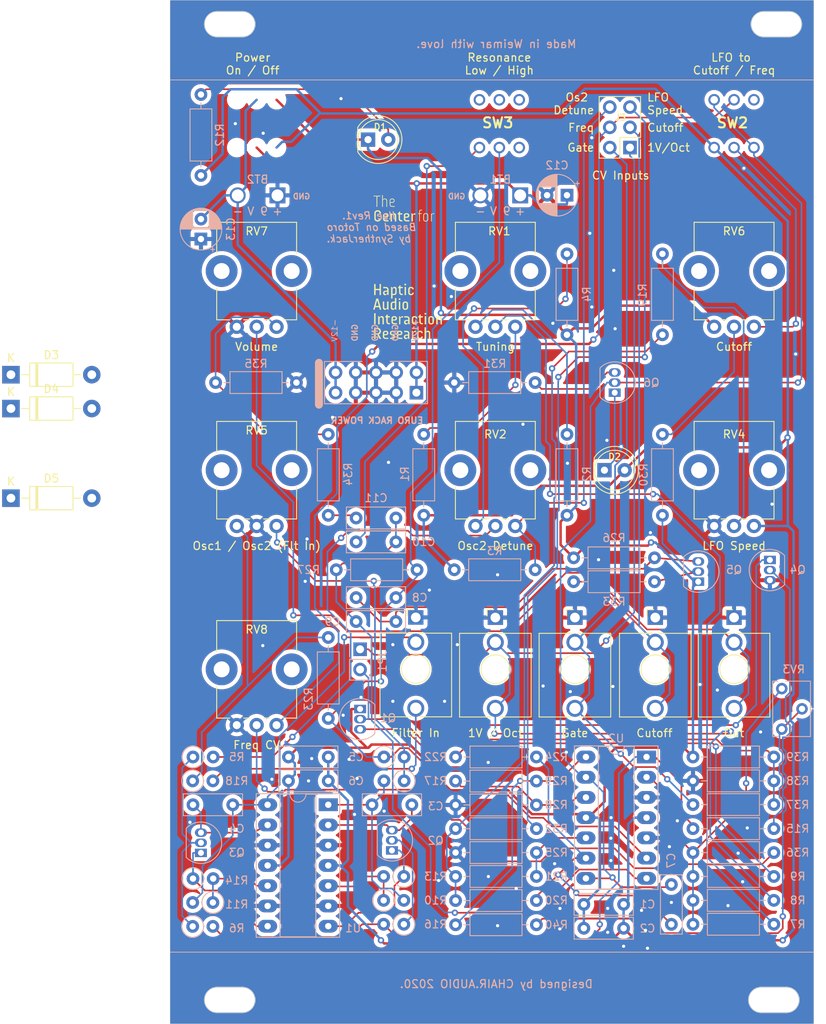
<source format=kicad_pcb>
(kicad_pcb (version 20211014) (generator pcbnew)
  (title_block (title "Ilse Rev1") (date "2020-11-17") (rev "1") (company "The Center for Haptic Audio Interaction Research") (comment 1 "License: CC BY-NC-SA") (comment 2 "Based on Totoro by Syntherjack") (comment 3 "Clemens Wegener"))
  (layers (0 "F.Cu" signal) (31 "B.Cu" signal) (34 "B.Paste" user) (35 "F.Paste" user) (36 "B.SilkS" user "B.Silkscreen") (37 "F.SilkS" user "F.Silkscreen") (38 "B.Mask" user) (39 "F.Mask" user) (44 "Edge.Cuts" user))
  (net 0 "")
  (net 1 "Net-(BT1-Pad1)")
  (net 2 "GND")
  (net 3 "Net-(BT2-Pad2)")
  (net 4 "VSS")
  (net 5 "VCC")
  (net 6 "Net-(C3-Pad2)")
  (net 7 "Net-(C3-Pad1)")
  (net 8 "Net-(C4-Pad2)")
  (net 9 "Net-(C4-Pad1)")
  (net 10 "Net-(C7-Pad2)")
  (net 11 "Net-(C7-Pad1)")
  (net 12 "Net-(C8-Pad2)")
  (net 13 "Net-(C8-Pad1)")
  (net 14 "Net-(C10-Pad2)")
  (net 15 "Net-(C10-Pad1)")
  (net 16 "Net-(C11-Pad2)")
  (net 17 "Net-(D1-Pad2)")
  (net 18 "Net-(D2-Pad1)")
  (net 19 "GATE")
  (net 20 "Net-(Q1-Pad3)")
  (net 21 "Net-(Q2-Pad1)")
  (net 22 "Net-(Q2-Pad2)")
  (net 23 "Net-(Q3-Pad1)")
  (net 24 "Net-(Q3-Pad2)")
  (net 25 "Net-(Q4-Pad1)")
  (net 26 "Net-(Q6-Pad3)")
  (net 27 "Net-(R1-Pad1)")
  (net 28 "Net-(R2-Pad2)")
  (net 29 "Net-(R4-Pad2)")
  (net 30 "Net-(R5-Pad2)")
  (net 31 "Net-(R15-Pad1)")
  (net 32 "Net-(R7-Pad2)")
  (net 33 "Net-(R10-Pad1)")
  (net 34 "Net-(R11-Pad1)")
  (net 35 "Net-(R15-Pad2)")
  (net 36 "Net-(R17-Pad1)")
  (net 37 "Net-(R18-Pad1)")
  (net 38 "Net-(R19-Pad1)")
  (net 39 "Net-(R21-Pad1)")
  (net 40 "Net-(R28-Pad1)")
  (net 41 "Net-(R30-Pad1)")
  (net 42 "Net-(RV6-Pad3)")
  (net 43 "1V{slash}Oct")
  (net 44 "Net-(Q5-Pad2)")
  (net 45 "Osc 2 Detune")
  (net 46 "Net-(R36-Pad1)")
  (net 47 "Net-(R19-Pad2)")
  (net 48 "LFO Speed")
  (net 49 "Filter Cutoff")
  (net 50 "Net-(R36-Pad2)")
  (net 51 "Freq CV")
  (net 52 "Net-(JP1-Pad2)")
  (net 53 "Net-(J1-PadT)")
  (net 54 "Net-(J7-PadT)")
  (net 55 "Net-(Q4-Pad2)")
  (net 58 "Net-(R29-Pad1)")
  (net 59 "Net-(R34-Pad1)")
  (footprint "chair:Jack_3.5mm_QingPu_WQP-PJ398SM_Vertical_CircularHoles" (layer "F.Cu") (at 97.5 115.48)
    (fp_text reference "J7" hide)
    (fp_text value "Filter In")
  )
  (footprint "chair:Potentiometer_Alps_RK09K_Single_Vertical" (layer "F.Cu") (at 77.5 96.5)
    (fp_text reference "RV5")
    (fp_text value "100kB")
  )
  (footprint "chair:Potentiometer_Alps_RK09K_Single_Vertical" (layer "F.Cu") (at 77.5 121.5)
    (fp_text reference "RV8")
    (fp_text value "100kB")
  )
  (footprint "Connector_PinHeader_2.54mm:PinHeader_2x03_P2.54mm_Vertical" (layer "F.Cu") (at 124.42 56.5 180)
    (fp_text reference "J3")
    (fp_text value "CV Inputs")
  )
  (footprint "chair:PVA2" (layer "F.Cu") (at 137.5 53.5)
    (fp_text reference "SW2")
    (fp_text value "LFO to Filter / Freq CV" hide)
  )
  (footprint "chair:Potentiometer_Alps_RK09K_Single_Vertical" (layer "F.Cu") (at 107.5 96.5)
    (fp_text reference "RV2")
    (fp_text value "100kB")
  )
  (footprint "chair:Potentiometer_Alps_RK09K_Single_Vertical" (layer "F.Cu") (at 137.5 96.5)
    (fp_text reference "RV4")
    (fp_text value "100kB")
  )
  (footprint "chair:Potentiometer_Alps_RK09K_Single_Vertical" (layer "F.Cu") (at 137.5 71.5)
    (fp_text reference "RV6")
    (fp_text value "100kB")
  )
  (footprint "chair:Potentiometer_Alps_RK09K_Single_Vertical" (layer "F.Cu") (at 77.5 71.5)
    (fp_text reference "RV7")
    (fp_text value "100kB")
  )
  (footprint "chair:PVA2" (layer "F.Cu") (at 108 53.5)
    (fp_text reference "SW3")
    (fp_text value "Resonance L/H" hide)
  )
  (footprint "chair:Potentiometer_Alps_RK09K_Single_Vertical" (layer "F.Cu") (at 107.5 71.5)
    (fp_text reference "RV1")
    (fp_text value "5kB")
  )
  (footprint "4ms-footprints:Rail-mount-slot" (layer "F.Cu") (at 142.5 163.5)
    (fp_text reference "H4" hide)
    (fp_text value "MountingHole" hide)
    (fp_line (start -1.5875 1.5875) (end 1.5875 1.5875) (layer "Edge.Cuts") (width 0.1))
    (fp_line (start -1.5875 -1.5875) (end 1.5875 -1.5875) (layer "Edge.Cuts") (width 0.1))
    (fp_arc (start -1.5875 1.5875) (mid -3.175 0) (end -1.5875 -1.5875) (layer "Edge.Cuts") (width 0.1))
    (fp_arc (start 1.5875 -1.5875) (mid 3.175 0) (end 1.5875 1.5875) (layer "Edge.Cuts") (width 0.1))
  )
  (footprint "chair:CHAIR" (layer "F.Cu") (at 93.5 71.5)
    (fp_text reference "LOGO1" hide)
    (fp_text value "CHAIR-LOGO" hide)
  )
  (footprint "4ms-footprints:Rail-mount-slot" (layer "F.Cu") (at 74.12 163.5)
    (fp_text reference "H2" hide)
    (fp_text value "MountingHole" hide)
    (fp_line (start -1.5875 1.5875) (end 1.5875 1.5875) (layer "Edge.Cuts") (width 0.1))
    (fp_line (start -1.5875 -1.5875) (end 1.5875 -1.5875) (layer "Edge.Cuts") (width 0.1))
    (fp_arc (start -1.5875 1.5875) (mid -3.175 0) (end -1.5875 -1.5875) (layer "Edge.Cuts") (width 0.1))
    (fp_arc (start 1.5875 -1.5875) (mid 3.175 0) (end 1.5875 1.5875) (layer "Edge.Cuts") (width 0.1))
  )
  (footprint "4ms-footprints:Rail-mount-slot" (layer "F.Cu") (at 142.82 41.01)
    (fp_text reference "H3" hide)
    (fp_text value "MountingHole" hide)
    (fp_line (start -1.5875 1.5875) (end 1.5875 1.5875) (layer "Edge.Cuts") (width 0.1))
    (fp_line (start -1.5875 -1.5875) (end 1.5875 -1.5875) (layer "Edge.Cuts") (width 0.1))
    (fp_arc (start -1.5875 1.5875) (mid -3.175 0) (end -1.5875 -1.5875) (layer "Edge.Cuts") (width 0.1))
    (fp_arc (start 1.5875 -1.5875) (mid 3.175 0) (end 1.5875 1.5875) (layer "Edge.Cuts") (width 0.1))
  )
  (footprint "4ms-footprints:Rail-mount-slot" (layer "F.Cu") (at 74.12 41.01)
    (fp_text reference "H1" hide)
    (fp_text value "MountingHole" hide)
    (fp_line (start -1.5875 -1.5875) (end 1.5875 -1.5875) (layer "Edge.Cuts") (width 0.1))
    (fp_line (start -1.5875 1.5875) (end 1.5875 1.5875) (layer "Edge.Cuts") (width 0.1))
    (fp_arc (start -1.5875 1.5875) (mid -3.175 0) (end -1.5875 -1.5875) (layer "Edge.Cuts") (width 0.1))
    (fp_arc (start 1.5875 -1.5875) (mid 3.175 0) (end 1.5875 1.5875) (layer "Edge.Cuts") (width 0.1))
  )
  (footprint "chair:Jack_3.5mm_QingPu_WQP-PJ398SM_Vertical_CircularHoles" (layer "F.Cu") (at 107.5 115.5)
    (fp_text reference "J4" hide)
    (fp_text value "1V/Oct")
  )
  (footprint "LED_THT:LED_D5.0mm" (layer "F.Cu") (at 91.5 55.5)
    (fp_text reference "D1")
    (fp_text value "LED Superbright")
  )
  (footprint "LED_THT:LED_D5.0mm" (layer "F.Cu") (at 121.21 97)
    (fp_text reference "D2")
    (fp_text value "LED Superbright")
  )
  (footprint "chair:Jack_3.5mm_QingPu_WQP-PJ398SM_Vertical_CircularHoles" (layer "F.Cu") (at 117.5 115.5)
    (fp_text reference "J5" hide)
    (fp_text value "Gate")
  )
  (footprint "chair:Jack_3.5mm_QingPu_WQP-PJ398SM_Vertical_CircularHoles" (layer "F.Cu") (at 137.5 115.5)
    (fp_text reference "J1" hide)
    (fp_text value "OUT")
  )
  (footprint "chair:Jack_3.5mm_QingPu_WQP-PJ398SM_Vertical_CircularHoles" (layer "F.Cu") (at 127.6 115.5)
    (fp_text reference "J6" hide)
    (fp_text value "Cutoff")
  )
  (footprint "Diode_THT:D_DO-41_SOD81_P10.16mm_Horizontal" (layer "F.Cu") (at 46.62 85.01)
    (fp_text reference "D3")
    (fp_text value "1N5819")
  )
  (footprint "Diode_THT:D_DO-41_SOD81_P10.16mm_Horizontal" (layer "F.Cu") (at 46.62 89.26)
    (fp_text reference "D4")
    (fp_text value "1N5819")
  )
  (footprint "Diode_THT:D_DO-41_SOD81_P10.16mm_Horizontal" (layer "F.Cu") (at 46.62 100.51)
    (fp_text reference "D5")
    (fp_text value "1N5819")
  )
  (footprint "Capacitor_THT:CP_Radial_D5.0mm_P2.50mm" (layer "B.Cu") (at 116.5 62.48 180)
    (fp_text reference "C12")
    (fp_text value "10u")
  )
  (footprint "chair:Battery Connector" (layer "B.Cu") (at 108.12 62.5 180)
    (fp_text reference "BT1")
    (fp_text value "9 V")
  )
  (footprint "Capacitor_THT:CP_Radial_D5.0mm_P2.50mm" (layer "B.Cu") (at 70.5 67.98 90)
    (fp_text reference "C13")
    (fp_text value "10u")
  )
  (footprint "Resistor_THT:R_Axial_DIN0207_L6.3mm_D2.5mm_P10.16mm_Horizontal" (layer "B.Cu") (at 132.34 145)
    (fp_text reference "R36")
    (fp_text value "100k")
  )
  (footprint "Resistor_THT:R_Axial_DIN0207_L6.3mm_D2.5mm_P10.16mm_Horizontal" (layer "B.Cu") (at 112.5 86 180)
    (fp_text reference "R31")
    (fp_text value "2k2")
  )
  (footprint "Package_DIP:DIP-14_W7.62mm_Socket_LongPads" (layer "B.Cu") (at 126.5 133 180)
    (fp_text reference "U2")
    (fp_text value "TL074")
  )
  (footprint "Resistor_THT:R_Axial_DIN0207_L6.3mm_D2.5mm_P10.16mm_Horizontal" (layer "B.Cu") (at 102.501 142)
    (fp_text reference "R32")
    (fp_text value "10k")
  )
  (footprint "Resistor_THT:R_Axial_DIN0207_L6.3mm_D2.5mm_P10.16mm_Horizontal" (layer "B.Cu") (at 117.34 111)
    (fp_text reference "R33")
    (fp_text value "10k")
  )
  (footprint "Resistor_THT:R_Axial_DIN0207_L6.3mm_D2.5mm_P10.16mm_Horizontal" (layer "B.Cu") (at 86.5 92.5 -90)
    (fp_text reference "R34")
    (fp_text value "4k7")
  )
  (footprint "Resistor_THT:R_Axial_DIN0207_L6.3mm_D2.5mm_P10.16mm_Horizontal" (layer "B.Cu") (at 82.5 86 180)
    (fp_text reference "R35")
    (fp_text value "1k")
  )
  (footprint "Resistor_THT:R_Axial_DIN0207_L6.3mm_D2.5mm_P10.16mm_Horizontal" (layer "B.Cu") (at 142.5 136 180)
    (fp_text reference "R38")
    (fp_text value "100k")
  )
  (footprint "Resistor_THT:R_Axial_DIN0207_L6.3mm_D2.5mm_P10.16mm_Horizontal" (layer "B.Cu") (at 132.34 133)
    (fp_text reference "R39")
    (fp_text value "100k")
  )
  (footprint "Resistor_THT:R_Axial_DIN0207_L6.3mm_D2.5mm_P10.16mm_Horizontal" (layer "B.Cu") (at 142.5 138.976 180)
    (fp_text reference "R37")
    (fp_text value "47k")
  )
  (footprint "Package_DIP:DIP-14_W7.62mm_Socket_LongPads" (layer "B.Cu") (at 86.5 139 180)
    (fp_text reference "U1")
    (fp_text value "TL074")
  )
  (footprint "Potentiometer_THT:Potentiometer_Bourns_3266W_Vertical" (layer "B.Cu") (at 143.5 129.5 -90)
    (fp_text reference "RV3")
    (fp_text value "500")
  )
  (footprint "Resistor_THT:R_Axial_DIN0207_L6.3mm_D2.5mm_P2.54mm_Vertical" (layer "B.Cu") (at 69.46 154.27)
    (fp_text reference "R6")
    (fp_text value "1k")
  )
  (footprint "Resistor_THT:R_Axial_DIN0207_L6.3mm_D2.5mm_P2.54mm_Vertical" (layer "B.Cu") (at 69.46 136)
    (fp_text reference "R18")
    (fp_text value "100k")
  )
  (footprint "4ms-footprints:Euro_Header_10-pin_TH" (layer "B.Cu") (at 92.5 86 90)
    (fp_text reference "J2" hide)
    (fp_text value "EURO RACK POWER")
  )
  (footprint "Resistor_THT:R_Axial_DIN0207_L6.3mm_D2.5mm_P2.54mm_Vertical" (layer "B.Cu") (at 96.04 136 180)
    (fp_text reference "R17")
    (fp_text value "100k")
  )
  (footprint "Connector_PinHeader_2.54mm:PinHeader_1x02_P2.54mm_Vertical" (layer "B.Cu") (at 90.5 119.48 180)
    (fp_text reference "JP1")
    (fp_text value "Freq Gate")
  )
  (footprint "Resistor_THT:R_Axial_DIN0207_L6.3mm_D2.5mm_P2.54mm_Vertical" (layer "B.Cu") (at 96 148 180)
    (fp_text reference "R13")
    (fp_text value "100k")
  )
  (footprint "chair:Battery Connector" (layer "B.Cu") (at 77.62 62.5 180)
    (fp_text reference "BT2")
    (fp_text value "9 V")
  )
  (footprint "Resistor_THT:R_Axial_DIN0207_L6.3mm_D2.5mm_P2.54mm_Vertical" (layer "B.Cu") (at 96 154 180)
    (fp_text reference "R16")
    (fp_text value "1k")
  )
  (footprint "Resistor_THT:R_Axial_DIN0207_L6.3mm_D2.5mm_P2.54mm_Vertical" (layer "B.Cu") (at 93.5 133)
    (fp_text reference "R22")
    (fp_text value "47k")
  )
  (footprint "Resistor_THT:R_Axial_DIN0207_L6.3mm_D2.5mm_P2.54mm_Vertical" (layer "B.Cu") (at 69.5 148.27)
    (fp_text reference "R14")
    (fp_text value "100k")
  )
  (footprint "Resistor_THT:R_Axial_DIN0207_L6.3mm_D2.5mm_P2.54mm_Vertical" (layer "B.Cu") (at 69.5 133)
    (fp_text reference "R5")
    (fp_text value "1k")
  )
  (footprint "Resistor_THT:R_Axial_DIN0207_L6.3mm_D2.5mm_P2.54mm_Vertical" (layer "B.Cu") (at 72 151.27 180)
    (fp_text reference "R11")
    (fp_text value "47k")
  )
  (footprint "Resistor_THT:R_Axial_DIN0207_L6.3mm_D2.5mm_P2.54mm_Vertical" (layer "B.Cu") (at 93.46 151)
    (fp_text reference "R10")
    (fp_text value "47k")
  )
  (footprint "Capacitor_THT:C_Rect_L7.2mm_W2.5mm_P5.00mm_FKS2_FKP2_MKS2_MKP2" (layer "B.Cu") (at 69.5 139)
    (fp_text reference "C4")
    (fp_text value "10n")
  )
  (footprint "Capacitor_THT:C_Rect_L7.2mm_W2.5mm_P5.00mm_FKS2_FKP2_MKS2_MKP2" (layer "B.Cu") (at 95 116 180)
    (fp_text reference "C9")
    (fp_text value "47n")
  )
  (footprint "Capacitor_THT:C_Rect_L7.2mm_W2.5mm_P5.00mm_FKS2_FKP2_MKS2_MKP2" (layer "B.Cu") (at 123.62 151.5 180)
    (fp_text reference "C1")
    (fp_text value "1u")
  )
  (footprint "Capacitor_THT:C_Rect_L7.2mm_W2.5mm_P5.00mm_FKS2_FKP2_MKS2_MKP2" (layer "B.Cu") (at 123.62 154.5 180)
    (fp_text reference "C2")
    (fp_text value "0.1u")
  )
  (footprint "Capacitor_THT:C_Rect_L7.2mm_W2.5mm_P5.00mm_FKS2_FKP2_MKS2_MKP2" (layer "B.Cu") (at 86.5 133 180)
    (fp_text reference "C5")
    (fp_text value "1u")
  )
  (footprint "Capacitor_THT:C_Rect_L7.2mm_W2.5mm_P5.00mm_FKS2_FKP2_MKS2_MKP2" (layer "B.Cu") (at 86.5 136 180)
    (fp_text reference "C6")
    (fp_text value "0.1u")
  )
  (footprint "Resistor_THT:R_Axial_DIN0207_L6.3mm_D2.5mm_P10.16mm_Horizontal" (layer "B.Cu") (at 132.34 154)
    (fp_text reference "R7")
    (fp_text value "20k")
  )
  (footprint "Capacitor_THT:C_Rect_L7.2mm_W2.5mm_P5.00mm_FKS2_FKP2_MKS2_MKP2" (layer "B.Cu") (at 97 139 180)
    (fp_text reference "C3")
    (fp_text value "10n")
  )
  (footprint "Resistor_THT:R_Axial_DIN0207_L6.3mm_D2.5mm_P10.16mm_Horizontal" (layer "B.Cu") (at 98.5 92.5 -90)
    (fp_text reference "R1")
    (fp_text value "4k7")
  )
  (footprint "Capacitor_THT:C_Rect_L7.2mm_W2.5mm_P5.00mm_FKS2_FKP2_MKS2_MKP2" (layer "B.Cu") (at 129.62 154.01 90)
    (fp_text reference "C7")
    (fp_text value "47n")
  )
  (footprint "Capacitor_THT:C_Rect_L7.2mm_W2.5mm_P5.00mm_FKS2_FKP2_MKS2_MKP2" (layer "B.Cu") (at 95 113 180)
    (fp_text reference "C8")
    (fp_text value "47n")
  )
  (footprint "Resistor_THT:R_Axial_DIN0207_L6.3mm_D2.5mm_P10.16mm_Horizontal" (layer "B.Cu") (at 112.5 109.5 180)
    (fp_text reference "R3")
    (fp_text value "100k")
  )
  (footprint "Package_TO_SOT_THT:TO-92_Inline" (layer "B.Cu") (at 94.5 144.73 90)
    (fp_text reference "Q2")
    (fp_text value "BC560")
  )
  (footprint "Capacitor_THT:C_Rect_L7.2mm_W2.5mm_P5.00mm_FKS2_FKP2_MKS2_MKP2" (layer "B.Cu") (at 90 106)
    (fp_text reference "C10")
    (fp_text value "1n")
  )
  (footprint "Capacitor_THT:C_Rect_L7.2mm_W2.5mm_P5.00mm_FKS2_FKP2_MKS2_MKP2" (layer "B.Cu") (at 95 103 180)
    (fp_text reference "C11")
    (fp_text value "1u")
  )
  (footprint "Package_TO_SOT_THT:TO-92_Inline" (layer "B.Cu") (at 70.5 145.04 90)
    (fp_text reference "Q3")
    (fp_text value "BC560")
  )
  (footprint "Package_TO_SOT_THT:TO-92_Inline" (layer "B.Cu") (at 133 111 90)
    (fp_text reference "Q5")
    (fp_text value "BC550")
  )
  (footprint "Package_TO_SOT_THT:TO-92_Inline" (layer "B.Cu") (at 90.5 126.98 -90)
    (fp_text reference "Q1")
    (fp_text value "BC560")
  )
  (footprint "Package_TO_SOT_THT:TO-92_Inline" (layer "B.Cu") (at 142 108.27 -90)
    (fp_text reference "Q4")
    (fp_text value "BC550")
  )
  (footprint "Package_TO_SOT_THT:TO-92_Inline" (layer "B.Cu") (at 122.5 87.27 90)
    (fp_text reference "Q6")
    (fp_text value "BC550")
  )
  (footprint "Resistor_THT:R_Axial_DIN0207_L6.3mm_D2.5mm_P10.16mm_Horizontal" (layer "B.Cu") (at 116.5 102.66 90)
    (fp_text reference "R2")
    (fp_text value "47k")
  )
  (footprint "Resistor_THT:R_Axial_DIN0207_L6.3mm_D2.5mm_P10.16mm_Horizontal" (layer "B.Cu") (at 116.5 80 90)
    (fp_text reference "R4")
    (fp_text value "100k")
  )
  (footprint "Resistor_THT:R_Axial_DIN0207_L6.3mm_D2.5mm_P10.16mm_Horizontal" (layer "B.Cu") (at 132.34 148)
    (fp_text reference "R9")
    (fp_text value "1k")
  )
  (footprint "Resistor_THT:R_Axial_DIN0207_L6.3mm_D2.5mm_P10.16mm_Horizontal" (layer "B.Cu") (at 112.66 139.024 180)
    (fp_text reference "R28")
    (fp_text value "100k")
  )
  (footprint "Resistor_THT:R_Axial_DIN0207_L6.3mm_D2.5mm_P10.16mm_Horizontal" (layer "B.Cu") (at 132.34 142)
    (fp_text reference "R15")
    (fp_text value "1.5k")
  )
  (footprint "Resistor_THT:R_Axial_DIN0207_L6.3mm_D2.5mm_P10.16mm_Horizontal" (layer "B.Cu") (at 70.5 60 90)
    (fp_text reference "R12")
    (fp_text value "4k7")
  )
  (footprint "Resistor_THT:R_Axial_DIN0207_L6.3mm_D2.5mm_P10.16mm_Horizontal" (layer "B.Cu") (at 112.66 148 180)
    (fp_text reference "R21")
    (fp_text value "47k")
  )
  (footprint "Resistor_THT:R_Axial_DIN0207_L6.3mm_D2.5mm_P10.16mm_Horizontal" (layer "B.Cu") (at 87.5 109.5)
    (fp_text reference "R27")
    (fp_text value "100k")
  )
  (footprint "Resistor_THT:R_Axial_DIN0207_L6.3mm_D2.5mm_P10.16mm_Horizontal" (layer "B.Cu") (at 86.5 128.16 90)
    (fp_text reference "R23")
    (fp_text value "47k")
  )
  (footprint "Resistor_THT:R_Axial_DIN0207_L6.3mm_D2.5mm_P10.16mm_Horizontal" (layer "B.Cu") (at 102.501 145)
    (fp_text reference "R25")
    (fp_text value "100k")
  )
  (footprint "Resistor_THT:R_Axial_DIN0207_L6.3mm_D2.5mm_P10.16mm_Horizontal" (layer "B.Cu") (at 117.34 108)
    (fp_text reference "R26")
    (fp_text value "10k")
  )
  (footprint "Resistor_THT:R_Axial_DIN0207_L6.3mm_D2.5mm_P10.16mm_Horizontal" (layer "B.Cu") (at 102.5 133)
    (fp_text reference "R24")
    (fp_text value "100k")
  )
  (footprint "Resistor_THT:R_Axial_DIN0207_L6.3mm_D2.5mm_P10.16mm_Horizontal" (layer "B.Cu") (at 112.66 136.024 180)
    (fp_text reference "R29")
    (fp_text value "47k")
  )
  (footprint "Resistor_THT:R_Axial_DIN0207_L6.3mm_D2.5mm_P10.16mm_Horizontal" (layer "B.Cu") (at 128.5 92.5 -90)
    (fp_text reference "R30")
    (fp_text value "10k")
  )
  (footprint "Resistor_THT:R_Axial_DIN0207_L6.3mm_D2.5mm_P10.16mm_Horizontal" (layer "B.Cu") (at 128.5 80 90)
    (fp_text reference "R19")
    (fp_text value "10k")
  )
  (footprint "Resistor_THT:R_Axial_DIN0207_L6.3mm_D2.5mm_P10.16mm_Horizontal" (layer "B.Cu") (at 112.66 151.024 180)
    (fp_text reference "R20")
    (fp_text value "100k")
  )
  (footprint "Resistor_THT:R_Axial_DIN0207_L6.3mm_D2.5mm_P10.16mm_Horizontal" (layer "B.Cu") (at 132.34 151)
    (fp_text reference "R8")
    (fp_text value "100k")
  )
  (footprint "Resistor_THT:R_Axial_DIN0207_L6.3mm_D2.5mm_P10.16mm_Horizontal" (layer "B.Cu") (at 102.499879 154.059787)
    (fp_text reference "R40")
    (fp_text value "10k")
  )
  (gr_line (start 146.62 48.01) (end 66.62 48.01) (layer "B.SilkS") (width 0.1))
  (gr_line (start 147.52 157.500995) (end 66.620001 157.5) (layer "B.SilkS") (width 0.1))
  (gr_line (start 146.62 48.01) (end 147.509 48.01) (layer "B.SilkS") (width 0.1))
  (gr_line (start 147.52 166.5) (end 147.52 38) (layer "Edge.Cuts") (width 0.05))
  (gr_line (start 66.62 166.5) (end 147.52 166.5) (layer "Edge.Cuts") (width 0.05))
  (gr_line (start 66.62 166.5) (end 66.62 38) (layer "Edge.Cuts") (width 0.05))
  (gr_line (start 147.52 38) (end 66.62 38) (layer "Edge.Cuts") (width 0.05))
  (gr_text "GND" (at 83.13782 62.62964) (layer "B.SilkS") (effects (font (size 0.7 0.7)) (justify mirror)))
  (gr_text "GND" (at 89.84 80.91 90) (layer "B.SilkS") (effects (font (size 0.7 0.7)) (justify right mirror)))
  (gr_text "GND" (at 94.92 80.91 90) (layer "B.SilkS") (effects (font (size 0.7 0.7)) (justify right mirror)))
  (gr_text "Made in Weimar with love." (at 107.62 43.5) (layer "B.SilkS") (effects (font (size 1 1)) (justify mirror)))
  (gr_text "Ilse Rev1.\nBased on Totoro \nby SyntherJack." (at 91.62 66.5) (layer "B.SilkS") (effects (font (size 0.9 0.9) (thickness 0.15) italic) (justify mirror)))
  (gr_text "+12V" (at 97.46 80.91 90) (layer "B.SilkS") (effects (font (size 0.7 0.7)) (justify right mirror)))
  (gr_text "Designed by CHAIR.AUDIO 2020." (at 107.62 161.5) (layer "B.SilkS") (effects (font (size 1 1)) (justify mirror)))
  (gr_text "GND" (at 102.63782 62.62964) (layer "B.SilkS") (effects (font (size 0.7 0.7)) (justify mirror)))
  (gr_text "GND" (at 92.38 80.91 90) (layer "B.SilkS") (effects (font (size 0.7 0.7)) (justify right mirror)))
  (gr_text "Filter In" (at 97.5 129.98) (layer "F.SilkS") (effects (font (size 1 1))))
  (gr_text "Resonance\nLow / High" (at 108 46) (layer "F.SilkS") (effects (font (size 1 1))))
  (gr_text "Cutoff" (at 137.5 81.5) (layer "F.SilkS") (effects (font (size 1 1))))
  (gr_text "LFO Speed" (at 137.5 106.5) (layer "F.SilkS") (effects (font (size 1 1))))
  (gr_text "Gate" (at 117.5 130) (layer "F.SilkS") (effects (font (size 1 1))))
  (gr_text "Cutoff" (at 127.5 130) (layer "F.SilkS") (effects (font (size 1 1))))
  (gr_text "Volume" (at 77.5 81.5) (layer "F.SilkS") (effects (font (size 1 1))))
  (gr_text "LFO to \nCutoff / Freq" (at 137.5 46) (layer "F.SilkS") (effects (font (size 1 1))))
  (gr_text "Power\nOn / Off" (at 77 46) (layer "F.SilkS") (effects (font (size 1 1))))
  (gr_text "Osc1 / Osc2 (Flt In)" (at 77.5 106.5) (layer "F.SilkS") (effects (font (size 1 1))))
  (gr_text "1V / Oct" (at 107.5 130) (layer "F.SilkS") (effects (font (size 1 1))))
  (gr_text "Osc2 Detune" (at 107.5 106.5) (layer "F.SilkS") (effects (font (size 1 1))))
  (gr_text "Tuning" (at 107.5 81.5) (layer "F.SilkS") (effects (font (size 1 1))))
  (gr_text "Gate" (at 120 56.5) (layer "F.SilkS") (effects (font (size 1 1)) (justify right)))
  (gr_text "Os2 \nDetune" (at 120 51) (layer "F.SilkS") (effects (font (size 1 1)) (justify right)))
  (gr_text "Cutoff" (at 126.5 54) (layer "F.SilkS") (effects (font (size 1 1)) (justify left)))
  (gr_text "1V/Oct" (at 126.5 56.5) (layer "F.SilkS") (effects (font (size 1 1)) (justify left)))
  (gr_text "Out" (at 137.5 130) (layer "F.SilkS") (effects (font (size 1 1))))
  (gr_text "Freq" (at 120 54) (layer "F.SilkS") (effects (font (size 1 1)) (justify right)))
  (gr_text "LFO\nSpeed" (at 126.5 51) (layer "F.SilkS") (effects (font (size 1 1)) (justify left)))
  (gr_text "CV Inputs" (at 123.25 60) (layer "F.SilkS") (effects (font (size 1 1))))
  (gr_text "Freq CV" (at 77.5 131.5) (layer "F.SilkS") (effects (font (size 1 1))))
  (segment (start 109.12 61) (end 82 61) (width 0.3048) (layer "F.Cu") (net 1))
  (segment (start 110.62 62.5) (end 109.12 61) (width 0.3048) (layer "F.Cu") (net 1))
  (segment (start 82 61) (end 77.5 56.5) (width 0.3048) (layer "F.Cu") (net 1))
  (via (at 97.62 61) (size 0.8) (drill 0.4) (layers "F.Cu" "B.Cu") (net 1))
  (segment (start 97.58 61.04) (end 97.62 61) (width 0.3048) (layer "B.Cu") (net 1))
  (segment (start 116.449199 63.635601) (end 113.060401 63.635601) (width 0.3048) (layer "B.Cu") (net 1))
  (segment (start 97.58 72.7752) (end 97.58 72.96) (width 0.3048) (layer "B.Cu") (net 1))
  (segment (start 111.9248 62.5) (end 110.62 62.5) (width 0.3048) (layer "B.Cu") (net 1))
  (segment (start 113.060401 63.635601) (end 111.9248 62.5) (width 0.3048) (layer "B.Cu") (net 1))
  (segment (start 97.58 72.96) (end 97.58 61.04) (width 0.3048) (layer "B.Cu") (net 1))
  (segment (start 116.5 63.5848) (end 116.449199 63.635601) (width 0.3048) (layer "B.Cu") (net 1))
  (segment (start 97.58 87.27) (end 97.58 84.73) (width 0.3048) (layer "B.Cu") (net 1))
  (segment (start 116.5 62.48) (end 116.5 63.5848) (width 0.3048) (layer "B.Cu") (net 1))
  (segment (start 97.58 72.96) (end 97.58 84.73) (width 0.3048) (layer "B.Cu") (net 1))
  (via (at 121.62 152.01) (size 0.8) (drill 0.4) (layers "F.Cu" "B.Cu") (net 2))
  (via (at 145.24 82.42) (size 0.8) (drill 0.4) (layers "F.Cu" "B.Cu") (net 2))
  (via (at 114.73 78.56) (size 0.8) (drill 0.4) (layers "F.Cu" "B.Cu") (net 2))
  (via (at 88.1 50.36) (size 0.8) (drill 0.4) (layers "F.Cu" "B.Cu") (net 2))
  (via (at 114.95 146.4) (size 0.8) (drill 0.4) (layers "F.Cu" "B.Cu") (net 2))
  (via (at 94.62 126.01) (size 0.8) (drill 0.4) (layers "F.Cu" "B.Cu") (net 2))
  (via (at 94.62 118.9) (size 0.8) (drill 0.4) (layers "F.Cu" "B.Cu") (net 2))
  (via (at 142.27 101.26) (size 0.8) (drill 0.4) (layers "F.Cu" "B.Cu") (net 2))
  (via (at 94.07 96.02) (size 0.8) (drill 0.4) (layers "F.Cu" "B.Cu") (net 2))
  (via (at 138.01 145.08) (size 0.8) (drill 0.4) (layers "F.Cu" "B.Cu") (net 2))
  (via (at 121.52 93.25) (size 0.8) (drill 0.4) (layers "F.Cu" "B.Cu") (net 2))
  (via (at 125.87 152.26) (size 0.8) (drill 0.4) (layers "F.Cu" "B.Cu") (net 2))
  (via (at 110.12 149.51) (size 0.8) (drill 0.4) (layers "F.Cu" "B.Cu") (net 2))
  (via (at 122.38 71.91) (size 0.8) (drill 0.4) (layers "F.Cu" "B.Cu") (net 2))
  (via (at 99.8 73.88) (size 0.8) (drill 0.4) (layers "F.Cu" "B.Cu") (net 2))
  (via (at 122.27 124.15) (size 0.8) (drill 0.4) (layers "F.Cu" "B.Cu") (net 2))
  (via (at 123.62 156.76) (size 0.8) (drill 0.4) (layers "F.Cu" "B.Cu") (net 2))
  (via (at 133.22 123.9) (size 0.8) (drill 0.4) (layers "F.Cu" "B.Cu") (net 2))
  (via (at 107.78 110.13) (size 0.8) (drill 0.4) (layers "F.Cu" "B.Cu") (net 2))
  (via (at 87.04 90.36) (size 0.8) (drill 0.4) (layers "F.Cu" "B.Cu") (net 2))
  (via (at 136.74 151.66) (size 0.8) (drill 0.4) (layers "F.Cu" "B.Cu") (net 2))
  (via (at 126.99 104.84) (size 0.8) (drill 0.4) (layers "F.Cu" "B.Cu") (net 2))
  (via (at 78.32 54.7) (size 0.8) (drill 0.4) (layers "F.Cu" "B.Cu") (net 2))
  (via (at 115.62 152.01) (size 0.8) (drill 0.4) (layers "F.Cu" "B.Cu") (net 2))
  (via (at 83.83467 105.634932) (size 0.8) (drill 0.4) (layers "F.Cu" "B.Cu") (net 2))
  (via (at 119.62 55.26) (size 0.8) (drill 0.4) (layers "F.Cu" "B.Cu") (net 2))
  (via (at 74.82 53.5) (size 0.8) (drill 0.4) (layers "F.Cu" "B.Cu") (net 2))
  (via (at 89.8 140.21) (size 0.8) (drill 0.4) (layers "F.Cu" "B.Cu") (net 2))
  (via (at 138.58 148.66) (size 0.8) (drill 0.4) (layers "F.Cu" "B.Cu") (net 2))
  (via (at 84.02 136) (size 0.8) (drill 0.4) (layers "F.Cu" "B.Cu") (net 2))
  (via (at 89.12 133.3) (size 0.8) (drill 0.4) (layers "F.Cu" "B.Cu") (net 2))
  (via (at 126.62 157.01) (size 0.8) (drill 0.4) (layers "F.Cu" "B.Cu") (net 2))
  (via (at 84.42 133.2) (size 0.8) (drill 0.4) (layers "F.Cu" "B.Cu") (net 2))
  (via (at 90.62 125.51) (size 0.8) (drill 0.4) (layers "F.Cu" "B.Cu") (net 2))
  (via (at 130.37 141.01) (size 0.8) (drill 0.4) (layers "F.Cu" "B.Cu") (net 2))
  (via (at 120.47 108.24) (size 0.8) (drill 0.4) (layers "F.Cu" "B.Cu") (net 2))
  (via (at 101.12 126.01) (size 0.8) (drill 0.4) (layers "F.Cu" "B.Cu") (net 2))
  (via (at 101.97 75.2) (size 0.8) (drill 0.4) (layers "F.Cu" "B.Cu") (net 2))
  (via (at 100.37 148.51) (size 0.8) (drill 0.4) (layers "F.Cu" "B.Cu") (net 2))
  (via (at 88.37 127.76) (size 0.8) (drill 0.4) (layers "F.Cu" "B.Cu") (net 2))
  (via (at 122.02 143.2) (size 0.8) (drill 0.4) (layers "F.Cu" "B.Cu") (net 2))
  (via (at 79.42 135.8) (size 0.8) (drill 0.4) (layers "F.Cu" "B.Cu") (net 2))
  (via (at 116.42 132.4) (size 0.8) (drill 0.4) (layers "F.Cu" "B.Cu") (net 2))
  (via (at 90.12 135.7) (size 0.8) (drill 0.4) (layers "F.Cu" "B.Cu") (net 2))
  (via (at 78.27 119.02) (size 0.8) (drill 0.4) (layers "F.Cu" "B.Cu") (net 2))
  (via (at 122.02 146) (size 0.8) (drill 0.4) (layers "F.Cu" "B.Cu") (net 2))
  (via (at 126.37 154.76) (size 0.8) (drill 0.4) (layers "F.Cu" "B.Cu") (net 2))
  (via (at 139.16 141.91) (size 0.8) (drill 0.4) (layers "F.Cu" "B.Cu") (net 2))
  (via (at 122.55 79.24) (size 0.8) (drill 0.4) (layers "F.Cu" "B.Cu") (net 2))
  (via (at 129.62 151.26) (size 0.8) (drill 0.4) (layers "F.Cu" "B.Cu") (net 2))
  (via (at 119.37 67.26) (size 0.8) (drill 0.4) (layers "F.Cu" "B.Cu") (net 2))
  (via (at 106.62 148.01) (size 0.8) (drill 0.4) (layers "F.Cu" "B.Cu") (net 2))
  (via (at 135.4 124.6) (size 0.8) (drill 0.4) (layers "F.Cu" "B.Cu") (net 2))
  (via (at 110.97 91.23) (size 0.8) (drill 0.4) (layers "F.Cu" "B.Cu") (net 2))
  (via (at 113.5 124.09) (size 0.8) (drill 0.4) (layers "F.Cu" "B.Cu") (net 2))
  (via (at 106.6 133.69) (size 0.8) (drill 0.4) (layers "F.Cu" "B.Cu") (net 2))
  (via (at 115.596566 154.583387) (size 0.8) (drill 0.4) (layers "F.Cu" "B.Cu") (net 2))
  (via (at 121.62 155.01) (size 0.8) (drill 0.4) (layers "F.Cu" "B.Cu") (net 2))
  (via (at 129.37 144.26) (size 0.8) (drill 0.4) (layers "F.Cu" "B.Cu") (net 2))
  (via (at 119.62 76.51) (size 0.8) (drill 0.4) (layers "F.Cu" "B.Cu") (net 2))
  (via (at 99.21 112.05) (size 0.8) (drill 0.4) (layers "F.Cu" "B.Cu") (net 2))
  (via (at 116.92 124.8) (size 0.8) (drill 0.4) (layers "F.Cu" "B.Cu") (net 2))
  (via (at 69.12 141.2) (size 0.8) (drill 0.4) (layers "F.Cu" "B.Cu") (net 2))
  (via (at 83.600153 110.950914) (size 0.8) (drill 0.4) (layers "F.Cu" "B.Cu") (net 2))
  (via (at 102.72 118.9) (size 0.8) (drill 0.4) (layers "F.Cu" "B.Cu") (net 2))
  (via (at 123.308779 94.03) (size 0.8) (drill 0.4) (layers "F.Cu" "B.Cu") (net 2))
  (via (at 93.52 139.8) (size 0.8) (drill 0.4) (layers "F.Cu" "B.Cu") (net 2))
  (via (at 116.56 96.13) (size 0.8) (drill 0.4) (layers "F.Cu" "B.Cu") (net 2))
  (via (at 122.04 140.616) (size 0.8) (drill 0.4) (layers "F.Cu" "B.Cu") (net 2))
  (via (at 107.78 154.18) (size 0.8) (drill 0.4) (layers "F.Cu" "B.Cu") (net 2))
  (via (at 140.83 129.86) (size 0.8) (drill 0.4) (layers "F.Cu" "B.Cu") (net 2))
  (via (at 138.74 59.1) (size 0.8) (drill 0.4) (layers "F.Cu" "B.Cu") (net 2))
  (segment (start 87.42 81.00629) (end 75.12 68.70629) (width 0.3048) (layer "B.Cu") (net 3))
  (segment (start 76.119999 51.880001) (end 76.775001 51.224999) (width 0.3048) (layer "B.Cu") (net 3))
  (segment (start 75.12 68.70629) (end 75.12 62.5) (width 0.3048) (layer "B.Cu") (net 3))
  (segment (start 87.42 84.73) (end 87.42 87.27) (width 0.3048) (layer "B.Cu") (net 3))
  (segment (start 73.48 62.5) (end 75.12 62.5) (width 0.3048) (layer "B.Cu") (net 3))
  (segment (start 87.42 84.73) (end 87.42 81.00629) (width 0.3048) (layer "B.Cu") (net 3))
  (segment (start 76.119999 61.500001) (end 76.119999 51.880001) (width 0.3048) (layer "B.Cu") (net 3))
  (segment (start 76.119999 61.500001) (end 75.12 62.5) (width 0.3048) (layer "B.Cu") (net 3))
  (segment (start 70.5 65.48) (end 73.48 62.5) (width 0.3048) (layer "B.Cu") (net 3))
  (segment (start 76.775001 51.224999) (end 77.5 50.5) (width 0.3048) (layer "B.Cu") (net 3))
  (segment (start 89.44519 129.863718) (end 89.44519 127.08161) (width 0.2032) (layer "F.Cu") (net 4))
  (segment (start 81.5 133) (end 82.655601 131.844399) (width 0.3048) (layer "F.Cu") (net 4))
  (segment (start 96.759687 131.437988) (end 99.894 134.572301) (width 0.3048) (layer "F.Cu") (net 4))
  (segment (start 91.527471 131.844399) (end 91.933882 131.437988) (width 0.3048) (layer "F.Cu") (net 4))
  (segment (start 99.894 134.716315) (end 99.894 134.644143) (width 0.2032) (layer "F.Cu") (net 4))
  (segment (start 127.072 106.072) (end 126.672001 106.471999) (width 0.3048) (layer "F.Cu") (net 4))
  (segment (start 82.655601 131.844399) (end 91.534001 131.844399) (width 0.3048) (layer "F.Cu") (net 4))
  (segment (start 99.894 134.644143) (end 96.738645 131.488788) (width 0.2032) (layer "F.Cu") (net 4))
  (segment (start 119.634399 140.179601) (end 112.105311 140.179601) (width 0.3048) (layer "F.Cu") (net 4))
  (segment (start 116.5 102.66) (end 115.700001 103.459999) (width 0.3048) (layer "F.Cu") (net 4))
  (segment (start 134.100001 78.100001) (end 135 79) (width 0.3048) (layer "F.Cu") (net 4))
  (segment (start 89.39439 129.88476) (end 89.39439 127.03081) (width 0.3048) (layer "F.Cu") (net 4))
  (segment (start 109.105311 137.179601) (end 101.846193 137.179601) (width 0.3048) (layer "F.Cu") (net 4))
  (segment (start 101.846193 137.179601) (end 99.894 135.227408) (width 0.3048) (layer "F.Cu") (net 4))
  (segment (start 99.894 134.572301) (end 99.894 134.716315) (width 0.3048) (layer "F.Cu") (net 4))
  (segment (start 115.700001 106.360001) (end 116.540001 107.200001) (width 0.3048) (layer "F.Cu") (net 4))
  (segment (start 89.44519 127.08161) (end 89.5468 126.98) (width 0.2032) (layer "F.Cu") (net 4))
  (segment (start 116.5 80) (end 115.700001 79.200001) (width 0.3048) (layer "F.Cu") (net 4))
  (segment (start 85.644 55.5) (end 85 55.5) (width 0.3048) (layer "F.Cu") (net 4))
  (segment (start 132.34 133) (end 131.184399 131.844399) (width 0.3048) (layer "F.Cu") (net 4))
  (segment (start 116.540001 107.200001) (end 117.34 108) (width 0.3048) (layer "F.Cu") (net 4))
  (segment (start 112.105311 140.179601) (end 109.105311 137.179601) (width 0.3048) (layer "F.Cu") (net 4))
  (segment (start 85.644 55.5) (end 91.5 55.5) (width 0.3048) (layer "F.Cu") (net 4))
  (segment (start 132.344399 76.344399) (end 134.100001 78.100001) (width 0.3048) (layer "F.Cu") (net 4))
  (segment (start 115.700001 103.459999) (end 115.700001 106.360001) (width 0.3048) (layer "F.Cu") (net 4))
  (segment (start 116.5 80) (end 117.299999 79.200001) (width 0.3048) (layer "F.Cu") (net 4))
  (segment (start 91.991212 131.488788) (end 91.584801 131.895199) (width 0.2032) (layer "F.Cu") (net 4))
  (segment (start 115.32 77.5) (end 100.899459 77.5) (width 0.3048) (layer "F.Cu") (net 4))
  (segment (start 118.868001 106.471999) (end 118.139999 107.200001) (width 0.3048) (layer "F.Cu") (net 4))
  (segment (start 100.899459 77.5) (end 100.661353 77.261894) (width 0.3048) (layer "F.Cu") (net 4))
  (segment (start 126.672001 106.471999) (end 118.868001 106.471999) (width 0.3048) (layer "F.Cu") (net 4))
  (segment (start 122.635601 131.844399) (end 121.23 133.25) (width 0.3048) (layer "F.Cu") (net 4))
  (segment (start 131.184399 131.844399) (end 122.635601 131.844399) (width 0.3048) (layer "F.Cu") (net 4))
  (segment (start 89.4452 126.98) (end 90.5 126.98) (width 0.3048) (layer "F.Cu") (net 4))
  (segment (start 91.354029 131.844399) (end 89.39439 129.88476) (width 0.3048) (layer "F.Cu") (net 4))
  (segment (start 121.23 138.584) (end 119.634399 140.179601) (width 0.3048) (layer "F.Cu") (net 4))
  (segment (start 91.933882 131.437988) (end 96.759687 131.437988) (width 0.3048) (layer "F.Cu") (net 4))
  (segment (start 89.5468 126.98) (end 90.5 126.98) (width 0.2032) (layer "F.Cu") (net 4))
  (segment (start 99.894 135.227408) (end 99.894 134.716315) (width 0.3048) (layer "F.Cu") (net 4))
  (segment (start 117.299999 79.200001) (end 119.619999 79.200001) (width 0.3048) (layer "F.Cu") (net 4))
  (segment (start 91.476671 131.895199) (end 89.44519 129.863718) (width 0.2032) (layer "F.Cu") (net 4))
  (segment (start 119.619999 79.200001) (end 122.475601 76.344399) (width 0.3048) (layer "F.Cu") (net 4))
  (segment (start 96.738645 131.488788) (end 91.991212 131.488788) (width 0.2032) (layer "F.Cu") (net 4))
  (segment (start 118.139999 107.200001) (end 117.34 108) (width 0.3048) (layer "F.Cu") (net 4))
  (segment (start 115.700001 79.200001) (end 115.700001 77.880001) (width 0.3048) (layer "F.Cu") (net 4))
  (segment (start 115.700001 77.880001) (end 115.32 77.5) (width 0.3048) (layer "F.Cu") (net 4))
  (segment (start 89.39439 127.03081) (end 89.4452 126.98) (width 0.3048) (layer "F.Cu") (net 4))
  (segment (start 122.475601 76.344399) (end 132.344399 76.344399) (width 0.3048) (layer "F.Cu") (net 4))
  (segment (start 121.23 133.25) (end 121.23 138.584) (width 0.3048) (layer "F.Cu") (net 4))
  (segment (start 85 55.5) (end 80 50.5) (width 0.3048) (layer "F.Cu") (net 4))
  (via (at 100.661353 77.261894) (size 0.8) (drill 0.4) (layers "F.Cu" "B.Cu") (net 4))
  (via (at 78.88 146.62) (size 0.8) (drill 0.4) (layers "F.Cu" "B.Cu") (net 4))
  (via (at 127.072 106.072) (size 0.8) (drill 0.4) (layers "F.Cu" "B.Cu") (net 4))
  (segment (start 98.980292 57.812) (end 92.6072 57.812) (width 0.3048) (layer "B.Cu") (net 4))
  (segment (start 117.299999 101.860001) (end 116.5 102.66) (width 0.3048) (layer "B.Cu") (net 4))
  (segment (start 100.661353 77.261894) (end 100.661353 59.493061) (width 0.3048) (layer "B.Cu") (net 4))
  (segment (start 118.88 140.62) (end 120.3848 140.62) (width 0.3048) (layer "B.Cu") (net 4))
  (segment (start 82.299999 135.200001) (end 81.5 136) (width 0.3048) (layer "B.Cu") (net 4))
  (segment (start 92.6072 57.812) (end 91.5 56.7048) (width 0.3048) (layer "B.Cu") (net 4))
  (segment (start 80.3848 146.62) (end 78.88 146.62) (width 0.3048) (layer "B.Cu") (net 4))
  (segment (start 117.655601 81.564399) (end 117.655601 101.504399) (width 0.3048) (layer "B.Cu") (net 4))
  (segment (start 118.62 151.5) (end 120.64759 149.47241) (width 0.3048) (layer "B.Cu") (net 4))
  (segment (start 82.299999 133.799999) (end 82.299999 135.200001) (width 0.3048) (layer "B.Cu") (net 4))
  (segment (start 100.661353 59.493061) (end 98.980292 57.812) (width 0.3048) (layer "B.Cu") (net 4))
  (segment (start 120.3848 140.62) (end 120.64759 140.88279) (width 0.3048) (layer "B.Cu") (net 4))
  (segment (start 133 111) (end 132.565685 111) (width 0.3048) (layer "B.Cu") (net 4))
  (segment (start 127.637685 106.072) (end 127.072 106.072) (width 0.3048) (layer "B.Cu") (net 4))
  (segment (start 91.5 56.7048) (end 91.5 55.5) (width 0.3048) (layer "B.Cu") (net 4))
  (segment (start 135 79) (end 135.02 79) (width 0.2032) (layer "B.Cu") (net 4))
  (segment (start 132.34 111.66) (end 133 111) (width 0.3048) (layer "B.Cu") (net 4))
  (segment (start 118.62 154.5) (end 118.62 151.5) (width 0.3048) (layer "B.Cu") (net 4))
  (segment (start 117.655601 101.504399) (end 117.299999 101.860001) (width 0.3048) (layer "B.Cu") (net 4))
  (segment (start 120.64759 140.88279) (end 120.64759 148.03759) (width 0.3048) (layer "B.Cu") (net 4))
  (segment (start 81.5 136) (end 81.5 145.5048) (width 0.3048) (layer "B.Cu") (net 4))
  (segment (start 132.34 133) (end 132.34 111.66) (width 0.3048) (layer "B.Cu") (net 4))
  (segment (start 116.5 80) (end 117.655601 81.155601) (width 0.3048) (layer "B.Cu") (net 4))
  (segment (start 120.64759 149.47241) (end 120.64759 148.03759) (width 0.3048) (layer "B.Cu") (net 4))
  (segment (start 117.655601 81.155601) (end 117.655601 81.564399) (width 0.3048) (layer "B.Cu") (net 4))
  (segment (start 81.5 133) (end 82.299999 133.799999) (width 0.3048) (layer "B.Cu") (net 4))
  (segment (start 132.565685 111) (end 127.637685 106.072) (width 0.3048) (layer "B.Cu") (net 4))
  (segment (start 81.5 145.5048) (end 80.3848 146.62) (width 0.3048) (layer "B.Cu") (net 4))
  (segment (start 135.02 79) (end 135.12 79.1) (width 0.2032) (layer "B.Cu") (net 4))
  (segment (start 109.556894 102.66) (end 113.256894 98.96) (width 0.3048) (layer "F.Cu") (net 5))
  (segment (start 123.75 97) (end 121.79 98.96) (width 0.3048) (layer "F.Cu") (net 5))
  (segment (start 121.710001 156.409999) (end 123.62 154.5) (width 0.3048) (layer "F.Cu") (net 5))
  (segment (start 121.79 98.96) (end 113.256894 98.96) (width 0.3048) (layer "F.Cu") (net 5))
  (segment (start 93.519999 156.409999) (end 121.710001 156.409999) (width 0.3048) (layer "F.Cu") (net 5))
  (segment (start 126.616 94.134) (end 123.75 97) (width 0.3048) (layer "F.Cu") (net 5))
  (segment (start 93.12 156.01) (end 93.519999 156.409999) (width 0.3048) (layer "F.Cu") (net 5))
  (segment (start 123.62 154.5) (end 125.13 156.01) (width 0.3048) (layer "F.Cu") (net 5))
  (segment (start 142.986 94.134) (end 126.616 94.134) (width 0.3048) (layer "F.Cu") (net 5))
  (segment (start 125.13 156.01) (end 143.62 156.01) (width 0.3048) (layer "F.Cu") (net 5))
  (segment (start 98.5 102.66) (end 109.556894 102.66) (width 0.3048) (layer "F.Cu") (net 5))
  (segment (start 144.22 92.9) (end 142.986 94.134) (width 0.3048) (layer "F.Cu") (net 5))
  (via (at 143.62 156.01) (size 0.8) (drill 0.4) (layers "F.Cu" "B.Cu") (net 5))
  (via (at 93.12 156.01) (size 0.8) (drill 0.4) (layers "F.Cu" "B.Cu") (net 5))
  (via (at 144.22 92.9) (size 0.8) (drill 0.4) (layers "F.Cu" "B.Cu") (net 5))
  (segment (start 124.200001 141.415199) (end 124.9952 140.62) (width 0.3048) (layer "B.Cu") (net 5))
  (segment (start 124.200001 150.919999) (end 124.200001 150.429999) (width 0.3048) (layer "B.Cu") (net 5))
  (segment (start 144.17 104.04) (end 144.344 104.04) (width 0.3048) (layer "B.Cu") (net 5))
  (segment (start 144.575601 128.412303) (end 144.982012 128.818713) (width 0.3048) (layer "B.Cu") (net 5))
  (segment (start 144.982012 125.101287) (end 144.575601 125.507697) (width 0.3048) (layer "B.Cu") (net 5))
  (segment (start 73.224 50.192) (end 74.24 49.176) (width 0.3048) (layer "B.Cu") (net 5))
  (segment (start 81.864999 55.775001) (end 80.724999 55.775001) (width 0.3048) (layer "B.Cu") (net 5))
  (segment (start 144.22 92.9) (end 144.255601 92.864399) (width 0.2032) (layer "B.Cu") (net 5))
  (segment (start 82.514798 49.176) (end 84.919399 51.580601) (width 0.3048) (layer "B.Cu") (net 5))
  (segment (start 124.200001 150.700001) (end 124.200001 150.429999) (width 0.3048) (layer "B.Cu") (net 5))
  (segment (start 80.724999 55.775001) (end 80.733797 55.775001) (width 0.3048) (layer "B.Cu") (net 5))
  (segment (start 88.0048 146.62) (end 86.5 146.62) (width 0.3048) (layer "B.Cu") (net 5))
  (segment (start 88.972 138.472) (end 87.299999 136.799999) (width 0.3048) (layer "B.Cu") (net 5))
  (segment (start 140 104) (end 144.13 104) (width 0.3048) (layer "B.Cu") (net 5))
  (segment (start 87.299999 136.799999) (end 86.5 136) (width 0.3048) (layer "B.Cu") (net 5))
  (segment (start 73.224 57.276) (end 73.224 50.192) (width 0.3048) (layer "B.Cu") (net 5))
  (segment (start 88.0048 146.62) (end 88.302 146.62) (width 0.3048) (layer "B.Cu") (net 5))
  (segment (start 85.562798 52.224) (end 84.919399 51.580601) (width 0.3048) (layer "B.Cu") (net 5))
  (segment (start 143.62 156.01) (end 144.87 154.76) (width 0.3048) (layer "B.Cu") (net 5))
  (segment (start 124.9952 140.62) (end 126.5 140.62) (width 0.3048) (layer "B.Cu") (net 5))
  (segment (start 123.62 151.5) (end 124.200001 150.919999) (width 0.3048) (layer "B.Cu") (net 5))
  (segment (start 127.62 49.12) (end 118.746 49.12) (width 0.3048) (layer "B.Cu") (net 5))
  (segment (start 144.255601 65.755601) (end 144.255601 103.951601) (width 0.3048) (layer "B.Cu") (net 5))
  (segment (start 135 56.5) (end 127.62 49.12) (width 0.3048) (layer "B.Cu") (net 5))
  (segment (start 115.642 52.224) (end 85.562798 52.224) (width 0.3048) (layer "B.Cu") (net 5))
  (segment (start 144.255601 103.951601) (end 144.344 104.04) (width 0.3048) (layer "B.Cu") (net 5))
  (segment (start 80.724999 55.775001) (end 80 56.5) (width 0.3048) (layer "B.Cu") (net 5))
  (segment (start 102.34 109.5) (end 98.5 105.66) (width 0.3048) (layer "B.Cu") (net 5))
  (segment (start 98.5 105.66) (end 98.5 102.66) (width 0.3048) (layer "B.Cu") (net 5))
  (segment (start 74.24 49.176) (end 82.514798 49.176) (width 0.3048) (layer "B.Cu") (net 5))
  (segment (start 93.036 155.856) (end 93.036 155.926) (width 0.3048) (layer "B.Cu") (net 5))
  (segment (start 144.982012 104.678012) (end 144.982012 125.101287) (width 0.3048) (layer "B.Cu") (net 5))
  (segment (start 144.982012 128.818713) (end 144.982012 153.372012) (width 0.3048) (layer "B.Cu") (net 5))
  (segment (start 93.036 155.926) (end 93.12 156.01) (width 0.3048) (layer "B.Cu") (net 5))
  (segment (start 144.13 104) (end 144.17 104.04) (width 0.3048) (layer "B.Cu") (net 5))
  (segment (start 88.972 147.5872) (end 88.972 151.792) (width 0.3048) (layer "B.Cu") (net 5))
  (segment (start 144.255601 92.864399) (end 144.255601 92.364399) (width 0.2032) (layer "B.Cu") (net 5))
  (segment (start 70.5 60) (end 73.224 57.276) (width 0.3048) (layer "B.Cu") (net 5))
  (segment (start 88.302 146.62) (end 88.972 145.95) (width 0.3048) (layer "B.Cu") (net 5))
  (segment (start 144.87 154.76) (end 144.982012 154.647988) (width 0.3048) (layer "B.Cu") (net 5))
  (segment (start 124.200001 150.429999) (end 124.200001 141.415199) (width 0.3048) (layer "B.Cu") (net 5))
  (segment (start 123.62 154.5) (end 123.62 151.5) (width 0.3048) (layer "B.Cu") (net 5))
  (segment (start 85.489399 52.150601) (end 81.864999 55.775001) (width 0.3048) (layer "B.Cu") (net 5))
  (segment (start 144.575601 125.507697) (end 144.575601 128.412303) (width 0.3048) (layer "B.Cu") (net 5))
  (segment (start 86.5 136) (end 86.5 133) (width 0.3048) (layer "B.Cu") (net 5))
  (segment (start 84.919399 51.580601) (end 85.489399 52.150601) (width 0.3048) (layer "B.Cu") (net 5))
  (segment (start 123.75 97) (end 123.75 97.07) (width 0.2032) (layer "B.Cu") (net 5))
  (segment (start 135 56.5) (end 144.255601 65.755601) (width 0.3048) (layer "B.Cu") (net 5))
  (segment (start 144.344 104.04) (end 144.982012 104.678012) (width 0.3048) (layer "B.Cu") (net 5))
  (segment (start 144.982012 153.372012) (end 144.982012 153.693988) (width 0.3048) (layer "B.Cu") (net 5))
  (segment (start 88.972 145.95) (end 88.972 138.472) (width 0.3048) (layer "B.Cu") (net 5))
  (segment (start 88.972 151.792) (end 93.036 155.856) (width 0.3048) (layer "B.Cu") (net 5))
  (segment (start 88.0048 146.62) (end 88.972 147.5872) (width 0.3048) (layer "B.Cu") (net 5))
  (segment (start 144.982012 154.647988) (end 144.982012 153.372012) (width 0.3048) (layer "B.Cu") (net 5))
  (segment (start 118.746 49.12) (end 115.642 52.224) (width 0.3048) (layer "B.Cu") (net 5))
  (segment (start 92 139) (end 86.5 139) (width 0.2032) (layer "F.Cu") (net 6))
  (segment (start 93.5 137.5) (end 93.5 136) (width 0.2032) (layer "B.Cu") (net 6))
  (segment (start 92 148.47) (end 93.036 149.506) (width 0.2032) (layer "B.Cu") (net 6))
  (segment (start 93.036 149.506) (end 94.506 149.506) (width 0.2032) (layer "B.Cu") (net 6))
  (segment (start 92 139) (end 93.5 137.5) (width 0.2032) (layer "B.Cu") (net 6))
  (segment (start 92 139) (end 92 148.47) (width 0.2032) (layer "B.Cu") (net 6))
  (segment (start 94.506 149.506) (end 96 151) (width 0.2032) (layer "B.Cu") (net 6))
  (segment (start 94.5 142.19) (end 95.4532 142.19) (width 0.2032) (layer "F.Cu") (net 7))
  (segment (start 97 140.6432) (end 97 140.13137) (width 0.2032) (layer "F.Cu") (net 7))
  (segment (start 95.4532 142.19) (end 97 140.6432) (width 0.2032) (layer "F.Cu") (net 7))
  (segment (start 86.5 141.54) (end 93.85 141.54) (width 0.2032) (layer "F.Cu") (net 7))
  (segment (start 97 140.13137) (end 97 139) (width 0.2032) (layer "F.Cu") (net 7))
  (segment (start 93.85 141.54) (end 94.5 142.19) (width 0.2032) (layer "F.Cu") (net 7))
  (segment (start 88.5 117.98) (end 96.9 117.98) (width 0.2032) (layer "F.Cu") (net 8))
  (segment (start 96.9 117.98) (end 97.5 118.58) (width 0.2032) (layer "F.Cu") (net 8))
  (via (at 88.5 117.98) (size 0.8) (drill 0.4) (layers "F.Cu" "B.Cu") (net 8))
  (segment (start 80.395199 130.387907) (end 88.5 122.283106) (width 0.2032) (layer "B.Cu") (net 8))
  (segment (start 78.88 137.9968) (end 80.395199 136.481601) (width 0.2032) (layer "B.Cu") (net 8))
  (segment (start 78.88 139) (end 77.4768 139) (width 0.2032) (layer "B.Cu") (net 8))
  (segment (start 88.5 122.283106) (end 88.5 117.98) (width 0.2032) (layer "B.Cu") (net 8))
  (segment (start 74.5 142.863642) (end 74.5 140.13137) (width 0.2032) (layer "B.Cu") (net 8))
  (segment (start 74.5 138.5) (end 74.5 139) (width 0.2032) (layer "B.Cu") (net 8))
  (segment (start 70.684 146.679642) (end 74.5 142.863642) (width 0.2032) (layer "B.Cu") (net 8))
  (segment (start 78.88 139) (end 78.88 137.9968) (width 0.2032) (layer "B.Cu") (net 8))
  (segment (start 80.395199 136.481601) (end 80.395199 130.387907) (width 0.2032) (layer "B.Cu") (net 8))
  (segment (start 74.5 140.13137) (end 74.5 139) (width 0.2032) (layer "B.Cu") (net 8))
  (segment (start 69.46 151.27) (end 70.684 150.046) (width 0.2032) (layer "B.Cu") (net 8))
  (segment (start 77.4768 139) (end 74.5 139) (width 0.2032) (layer "B.Cu") (net 8))
  (segment (start 70.684 150.046) (end 70.684 146.679642) (width 0.2032) (layer "B.Cu") (net 8))
  (segment (start 77.034 142.5) (end 78.88 141.54) (width 0.2032) (layer "F.Cu") (net 9))
  (segment (start 70.5 142.5) (end 77.034 142.5) (width 0.2032) (layer "F.Cu") (net 9))
  (segment (start 69.5 139) (end 70.5 140) (width 0.2032) (layer "B.Cu") (net 9))
  (segment (start 70.5 140) (end 70.5 142.5) (width 0.2032) (layer "B.Cu") (net 9))
  (segment (start 118.88 148.24) (end 122.203106 148.24) (width 0.2032) (layer "F.Cu") (net 10))
  (segment (start 144.954315 86) (end 122.5 86) (width 0.2032) (layer "F.Cu") (net 10))
  (segment (start 118.88 148.24) (end 118.48 148.24) (width 0.2032) (layer "F.Cu") (net 10))
  (segment (start 145.52 86) (end 144.954315 86) (width 0.2032) (layer "F.Cu") (net 10))
  (segment (start 122.203106 148.24) (end 123.307916 149.34481) (width 0.2032) (layer "F.Cu") (net 10))
  (segment (start 129.28519 149.34481) (end 129.62 149.01) (width 0.2032) (layer "F.Cu") (net 10))
  (segment (start 123.307916 149.34481) (end 129.28519 149.34481) (width 0.2032) (layer "F.Cu") (net 10))
  (via (at 122.222827 148.133599) (size 0.8) (drill 0.4) (layers "F.Cu" "B.Cu") (net 10))
  (via (at 145.52 86) (size 0.8) (drill 0.4) (layers "F.Cu" "B.Cu") (net 10))
  (segment (start 145.974696 85.545304) (end 145.52 86) (width 0.2032) (layer "B.Cu") (net 10))
  (segment (start 140 56.5) (end 140 57.525304) (width 0.2032) (layer "B.Cu") (net 10))
  (segment (start 121.5468 86) (end 122.5 86) (width 0.2032) (layer "B.Cu") (net 10))
  (segment (start 116.126409 106.736699) (end 116.331554 106.531554) (width 0.2032) (layer "B.Cu") (net 10))
  (segment (start 119.452 103.411108) (end 119.452 89.054) (width 0.2032) (layer "B.Cu") (net 10))
  (segment (start 140 56.5) (end 135 51.5) (width 0.2032) (layer "B.Cu") (net 10))
  (segment (start 140 57.525304) (end 145.974696 63.5) (width 0.2032) (layer "B.Cu") (net 10))
  (segment (start 115.695199 107.167909) (end 116.331554 106.531554) (width 0.2032) (layer "B.Cu") (net 10))
  (segment (start 118.88 135.54) (end 118.44 135.54) (width 0.2032) (layer "B.Cu") (net 10))
  (segment (start 118.88 135.54) (end 119.202 135.54) (width 0.2032) (layer "B.Cu") (net 10))
  (segment (start 135 51.5) (end 135 50.5) (width 0.2032) (layer "B.Cu") (net 10))
  (segment (start 121.104801 137.442801) (end 121.104801 147.015573) (width 0.2032) (layer "B.Cu") (net 10))
  (segment (start 119.452 89.054) (end 121.5468 86) (width 0.2032) (layer "B.Cu") (net 10))
  (segment (start 116.331554 106.531554) (end 119.452 103.411108) (width 0.2032) (layer "B.Cu") (net 10))
  (segment (start 119.202 135.54) (end 121.104801 137.442801) (width 0.2032) (layer "B.Cu") (net 10))
  (segment (start 145.974696 63.5) (end 145.974696 85.545304) (width 0.2032) (layer "B.Cu") (net 10))
  (segment (start 121.104801 147.015573) (end 122.222827 148.133599) (width 0.2032) (layer "B.Cu") (net 10))
  (segment (start 118.44 135.54) (end 115.695199 132.795199) (width 0.2032) (layer "B.Cu") (net 10))
  (segment (start 115.695199 132.795199) (end 115.695199 107.167909) (width 0.2032) (layer "B.Cu") (net 10))
  (segment (start 126.005199 150.395199) (end 118.005199 150.395199) (width 0.2032) (layer "F.Cu") (net 11))
  (segment (start 129.62 154.01) (end 126.005199 150.395199) (width 0.2032) (layer "F.Cu") (net 11))
  (segment (start 118.88 145.7) (end 117.4768 145.7) (width 0.2032) (layer "F.Cu") (net 11))
  (segment (start 112.66 150.5168) (end 112.66 151.024) (width 0.2032) (layer "F.Cu") (net 11))
  (segment (start 115.3934 147.7834) (end 112.66 150.5168) (width 0.2032) (layer "F.Cu") (net 11))
  (segment (start 118.005199 150.395199) (end 117.663369 150.053369) (width 0.2032) (layer "F.Cu") (net 11))
  (segment (start 117.4768 145.7) (end 115.3934 147.7834) (width 0.2032) (layer "F.Cu") (net 11))
  (via (at 117.663369 150.053369) (size 0.8) (drill 0.4) (layers "F.Cu" "B.Cu") (net 11))
  (via (at 115.3934 147.7834) (size 0.8) (drill 0.4) (layers "F.Cu" "B.Cu") (net 11))
  (segment (start 114.172212 134.512212) (end 114.172212 140.992212) (width 0.2032) (layer "B.Cu") (net 11))
  (segment (start 117.26337 149.65337) (end 115.3934 147.7834) (width 0.2032) (layer "B.Cu") (net 11))
  (segment (start 117.663369 150.053369) (end 117.26337 149.65337) (width 0.2032) (layer "B.Cu") (net 11))
  (segment (start 112.66 133) (end 114.172212 134.512212) (width 0.2032) (layer "B.Cu") (net 11))
  (segment (start 114.172212 140.992212) (end 118.88 145.7) (width 0.2032) (layer "B.Cu") (net 11))
  (segment (start 95 114.86863) (end 95.66863 114.2) (width 0.2032) (layer "F.Cu") (net 12))
  (segment (start 126.700001 108.799999) (end 127.5 108) (width 0.2032) (layer "F.Cu") (net 12))
  (segment (start 95.66863 114.2) (end 109.871553 114.2) (width 0.2032) (layer "F.Cu") (net 12))
  (segment (start 90 113) (end 93 116) (width 0.2032) (layer "F.Cu") (net 12))
  (segment (start 95 116) (end 95 114.86863) (width 0.2032) (layer "F.Cu") (net 12))
  (segment (start 126.126 109.374) (end 114.697553 109.374) (width 0.2032) (layer "F.Cu") (net 12))
  (segment (start 114.697553 109.374) (end 109.871553 114.2) (width 0.2032) (layer "F.Cu") (net 12))
  (segment (start 127.5 108) (end 133 108.46) (width 0.2032) (layer "F.Cu") (net 12))
  (segment (start 93 116) (end 95 116) (width 0.2032) (layer "F.Cu") (net 12))
  (segment (start 127.5 108) (end 126.126 109.374) (width 0.2032) (layer "F.Cu") (net 12))
  (segment (start 96.570305 131.895199) (end 95.509695 131.895199) (width 0.2032) (layer "F.Cu") (net 13))
  (segment (start 114.619561 141.72481) (end 113.531563 140.636812) (width 0.2032) (layer "F.Cu") (net 13))
  (segment (start 101.65681 137.63681) (end 99.43679 135.41679) (width 0.2032) (layer "F.Cu") (net 13))
  (segment (start 113.531563 140.636812) (end 111.915929 140.636812) (width 0.2032) (layer "F.Cu") (net 13))
  (segment (start 94.404894 133) (end 93.5 133) (width 0.2032) (layer "F.Cu") (net 13))
  (segment (start 108.915929 137.636812) (end 101.65681 137.63681) (width 0.2032) (layer "F.Cu") (net 13))
  (segment (start 122.52481 141.72481) (end 114.619561 141.72481) (width 0.2032) (layer "F.Cu") (net 13))
  (segment (start 93.12 123.5) (end 91.16 123.5) (width 0.2032) (layer "F.Cu") (net 13))
  (segment (start 95.509695 131.895199) (end 94.404894 133) (width 0.2032) (layer "F.Cu") (net 13))
  (segment (start 99.311918 134.636812) (end 99.077553 134.402447) (width 0.2032) (layer "F.Cu") (net 13))
  (segment (start 99.43679 135.41679) (end 99.43679 134.761684) (width 0.2032) (layer "F.Cu") (net 13))
  (segment (start 126.5 145.7) (end 122.52481 141.72481) (width 0.2032) (layer "F.Cu") (net 13))
  (segment (start 99.077553 134.402447) (end 96.570305 131.895199) (width 0.2032) (layer "F.Cu") (net 13))
  (segment (start 91.16 123.5) (end 86.5 128.16) (width 0.2032) (layer "F.Cu") (net 13))
  (segment (start 99.43679 134.761684) (end 99.077553 134.402447) (width 0.2032) (layer "F.Cu") (net 13))
  (segment (start 111.915929 140.636812) (end 108.915929 137.636812) (width 0.2032) (layer "F.Cu") (net 13))
  (via (at 93.12 123.5) (size 0.8) (drill 0.4) (layers "F.Cu" "B.Cu") (net 13))
  (segment (start 93.12 114.88) (end 93.12 123.5) (width 0.2032) (layer "B.Cu") (net 13))
  (segment (start 97.66 109.5) (end 96.860001 108.700001) (width 0.2032) (layer "B.Cu") (net 13))
  (segment (start 91.34 133) (end 86.5 128.16) (width 0.2032) (layer "B.Cu") (net 13))
  (segment (start 99.604801 97.084801) (end 99.604801 79.315199) (width 0.2032) (layer "B.Cu") (net 13))
  (segment (start 108 70.92) (end 108 56.5) (width 0.2032) (layer "B.Cu") (net 13))
  (segment (start 93.5 133) (end 91.34 133) (width 0.2032) (layer "B.Cu") (net 13))
  (segment (start 96.860001 108.700001) (end 96.860001 99.829601) (width 0.2032) (layer "B.Cu") (net 13))
  (segment (start 99.604801 79.315199) (end 108 70.92) (width 0.2032) (layer "B.Cu") (net 13))
  (segment (start 95 113) (end 97.66 110.34) (width 0.2032) (layer "B.Cu") (net 13))
  (segment (start 95 113) (end 93.12 114.88) (width 0.2032) (layer "B.Cu") (net 13))
  (segment (start 97.66 110.34) (end 97.66 109.5) (width 0.2032) (layer "B.Cu") (net 13))
  (segment (start 96.860001 99.829601) (end 99.604801 97.084801) (width 0.2032) (layer "B.Cu") (net 13))
  (segment (start 123.99199 147.13519) (end 118.022373 147.13519) (width 0.2032) (layer "F.Cu") (net 14))
  (segment (start 88.299999 108.700001) (end 92.299999 108.700001) (width 0.2032) (layer "F.Cu") (net 14))
  (segment (start 126.5 148.24) (end 125.0968 148.24) (width 0.2032) (layer "F.Cu") (net 14))
  (segment (start 92.299999 108.700001) (end 94.200001 106.799999) (width 0.2032) (layer "F.Cu") (net 14))
  (segment (start 114.372 151.242553) (end 113.060553 152.554) (width 0.2032) (layer "F.Cu") (net 14))
  (segment (start 87.5 109.5) (end 88.299999 108.700001) (width 0.2032) (layer "F.Cu") (net 14))
  (segment (start 94.200001 106.799999) (end 95 106) (width 0.2032) (layer "F.Cu") (net 14))
  (segment (start 114.372 150.785563) (end 114.372 151.242553) (width 0.2032) (layer "F.Cu") (net 14))
  (segment (start 108.265106 152.554) (end 102.414 152.554) (width 0.2032) (layer "F.Cu") (net 14))
  (segment (start 125.0968 148.24) (end 123.99199 147.13519) (width 0.2032) (layer "F.Cu") (net 14))
  (segment (start 113.060553 152.554) (end 108.265106 152.554) (width 0.2032) (layer "F.Cu") (net 14))
  (segment (start 118.022373 147.13519) (end 114.372 150.785563) (width 0.2032) (layer "F.Cu") (net 14))
  (via (at 102.414 152.554) (size 0.8) (drill 0.4) (layers "F.Cu" "B.Cu") (net 14))
  (segment (start 90.799999 116.799999) (end 90 116) (width 0.2032) (layer "B.Cu") (net 14))
  (segment (start 99.37 144.35) (end 99.37 149.51) (width 0.2032) (layer "B.Cu") (net 14))
  (segment (start 95 104.13137) (end 95 106) (width 0.2032) (layer "B.Cu") (net 14))
  (segment (start 94.604801 131.071981) (end 91.961211 128.428391) (width 0.2032) (layer "B.Cu") (net 14))
  (segment (start 94.604801 139.584801) (end 99.37 144.35) (width 0.2032) (layer "B.Cu") (net 14))
  (segment (start 95 103) (end 95 104.13137) (width 0.2032) (layer "B.Cu") (net 14))
  (segment (start 101.12 152.51) (end 102.37 152.51) (width 0.2032) (layer "B.Cu") (net 14))
  (segment (start 99.37 149.51) (end 99.37 150.76) (width 0.2032) (layer "B.Cu") (net 14))
  (segment (start 102.37 152.51) (end 102.414 152.554) (width 0.2032) (layer "B.Cu") (net 14))
  (segment (start 90 116) (end 87.5 113.5) (width 0.2032) (layer "B.Cu") (net 14))
  (segment (start 99.37 150.76) (end 101.12 152.51) (width 0.2032) (layer "B.Cu") (net 14))
  (segment (start 87.5 113.5) (end 87.5 109.5) (width 0.2032) (layer "B.Cu") (net 14))
  (segment (start 91.961211 117.961211) (end 90.799999 116.799999) (width 0.2032) (layer "B.Cu") (net 14))
  (segment (start 94.604801 139.584801) (end 94.604801 131.071981) (width 0.2032) (layer "B.Cu") (net 14))
  (segment (start 91.961211 128.428391) (end 91.961211 117.961211) (width 0.2032) (layer "B.Cu") (net 14))
  (segment (start 103.172 58.828) (end 98.878 58.828) (width 0.2032) (layer "F.Cu") (net 15))
  (segment (start 105.5 56.5) (end 103.172 58.828) (width 0.2032) (layer "F.Cu") (net 15))
  (via (at 98.878 58.828) (size 0.8) (drill 0.4) (layers "F.Cu" "B.Cu") (net 15))
  (segment (start 98.878 59.393685) (end 98.878 58.828) (width 0.2032) (layer "B.Cu") (net 15))
  (segment (start 91.104801 104.895199) (end 91.104801 95.940449) (width 0.2032) (layer "B.Cu") (net 15))
  (segment (start 98.878 59.542) (end 98.878 58.828) (width 0.2032) (layer "B.Cu") (net 15))
  (segment (start 91.104801 95.940449) (end 98.878 88.16725) (width 0.2032) (layer "B.Cu") (net 15))
  (segment (start 90 106) (end 91.104801 104.895199) (width 0.2032) (layer "B.Cu") (net 15))
  (segment (start 98.878 88.16725) (end 98.878 59.393685) (width 0.2032) (layer "B.Cu") (net 15))
  (segment (start 89.66 102.66) (end 90 103) (width 0.2032) (layer "F.Cu") (net 16))
  (segment (start 86.5 102.66) (end 89.66 102.66) (width 0.2032) (layer "F.Cu") (net 16))
  (segment (start 94.04 55.5) (end 94.04 54.227208) (width 0.2032) (layer "F.Cu") (net 17))
  (segment (start 71.164 49.176) (end 70.5 49.84) (width 0.2032) (layer "F.Cu") (net 17))
  (segment (start 94.04 54.227208) (end 88.988792 49.176) (width 0.2032) (layer "F.Cu") (net 17))
  (segment (start 88.988792 49.176) (end 71.164 49.176) (width 0.2032) (layer "F.Cu") (net 17))
  (segment (start 122.5 95.71) (end 121.21 97) (width 0.2032) (layer "B.Cu") (net 18))
  (segment (start 122.5 87.27) (end 122.5 95.71) (width 0.2032) (layer "B.Cu") (net 18))
  (segment (start 123.661999 133.000008) (end 123.262 132.600009) (width 0.2032) (layer "F.Cu") (net 19))
  (segment (start 124.927991 134.266) (end 123.661999 133.000008) (width 0.2032) (layer "F.Cu") (net 19))
  (segment (start 127.58 134.266) (end 124.927991 134.266) (width 0.2032) (layer "F.Cu") (net 19))
  (segment (start 129.104 135.79) (end 127.58 134.266) (width 0.2032) (layer "F.Cu") (net 19))
  (via (at 129.104 135.79) (size 0.8) (drill 0.4) (layers "F.Cu" "B.Cu") (net 19))
  (via (at 123.262 132.600009) (size 0.8) (drill 0.4) (layers "F.Cu" "B.Cu") (net 19))
  (segment (start 118.564999 119.664999) (end 117.5 118.6) (width 0.2032) (layer "B.Cu") (net 19))
  (segment (start 117.5 126.9) (end 123.200009 132.600009) (width 0.2032) (layer "B.Cu") (net 19))
  (segment (start 132.34 138.976) (end 129.154 135.79) (width 0.2032) (layer "B.Cu") (net 19))
  (segment (start 122.545199 113.554801) (end 122.545199 96.421695) (width 0.2032) (layer "B.Cu") (net 19))
  (segment (start 122.545199 96.421695) (end 124.013589 94.953305) (width 0.2032) (layer "B.Cu") (net 19))
  (segment (start 124.013589 58.633589) (end 124.013589 94.953305) (width 0.2032) (layer "B.Cu") (net 19))
  (segment (start 121.88 56.5) (end 124.013589 58.633589) (width 0.2032) (layer "B.Cu") (net 19))
  (segment (start 123.200009 132.600009) (end 123.262 132.600009) (width 0.2032) (layer "B.Cu") (net 19))
  (segment (start 117.5 126.9) (end 119.304801 125.095199) (width 0.2032) (layer "B.Cu") (net 19))
  (segment (start 117.5 118.6) (end 122.545199 113.554801) (width 0.2032) (layer "B.Cu") (net 19))
  (segment (start 119.304801 125.095199) (end 119.304801 120.404801) (width 0.2032) (layer "B.Cu") (net 19))
  (segment (start 129.154 135.79) (end 129.104 135.79) (width 0.2032) (layer "B.Cu") (net 19))
  (segment (start 119.304801 120.404801) (end 118.564999 119.664999) (width 0.2032) (layer "B.Cu") (net 19))
  (segment (start 96.164 129.52) (end 101.418 134.774) (width 0.2032) (layer "F.Cu") (net 20))
  (segment (start 101.418 134.774) (end 103.45 134.774) (width 0.2032) (layer "F.Cu") (net 20))
  (segment (start 106.931224 131.292776) (end 134.816023 131.292776) (width 0.2032) (layer "F.Cu") (net 20))
  (segment (start 90.5 129.52) (end 96.164 129.52) (width 0.2032) (layer "F.Cu") (net 20))
  (segment (start 103.45 134.774) (end 106.931224 131.292776) (width 0.2032) (layer "F.Cu") (net 20))
  (segment (start 134.816023 131.292776) (end 135.216022 131.692775) (width 0.2032) (layer "F.Cu") (net 20))
  (via (at 135.216022 131.692775) (size 0.8) (drill 0.4) (layers "F.Cu" "B.Cu") (net 20))
  (segment (start 135.216022 140.716022) (end 135.216022 132.25846) (width 0.2032) (layer "B.Cu") (net 20))
  (segment (start 142.5 148) (end 135.216022 140.716022) (width 0.2032) (layer "B.Cu") (net 20))
  (segment (start 135.216022 132.25846) (end 135.216022 131.692775) (width 0.2032) (layer "B.Cu") (net 20))
  (segment (start 90.2966 152.554) (end 94.052 152.554) (width 0.2032) (layer "F.Cu") (net 21))
  (segment (start 95.200001 148.799999) (end 96 148) (width 0.2032) (layer "F.Cu") (net 21))
  (segment (start 88.6106 154.24) (end 90.2966 152.554) (width 0.2032) (layer "F.Cu") (net 21))
  (segment (start 86.5 154.24) (end 88.6106 154.24) (width 0.2032) (layer "F.Cu") (net 21))
  (segment (start 94.814 151.792) (end 94.814 149.186) (width 0.2032) (layer "F.Cu") (net 21))
  (segment (start 94.052 152.554) (end 94.814 151.792) (width 0.2032) (layer "F.Cu") (net 21))
  (segment (start 94.814 149.186) (end 95.200001 148.799999) (width 0.2032) (layer "F.Cu") (net 21))
  (segment (start 96 148) (end 96 145.2768) (width 0.2032) (layer "B.Cu") (net 21))
  (segment (start 96 145.2768) (end 95.4532 144.73) (width 0.2032) (layer "B.Cu") (net 21))
  (segment (start 95.4532 144.73) (end 94.5 144.73) (width 0.2032) (layer "B.Cu") (net 21))
  (segment (start 96.799999 153.200001) (end 96 154) (width 0.2032) (layer "B.Cu") (net 22))
  (segment (start 94.5 143.46) (end 95.4532 143.46) (width 0.2032) (layer "B.Cu") (net 22))
  (segment (start 97.104801 145.111601) (end 97.104801 152.895199) (width 0.2032) (layer "B.Cu") (net 22))
  (segment (start 95.4532 143.46) (end 97.104801 145.111601) (width 0.2032) (layer "B.Cu") (net 22))
  (segment (start 97.104801 152.895199) (end 96.799999 153.200001) (width 0.2032) (layer "B.Cu") (net 22))
  (segment (start 78.88 154.24) (end 77.4768 154.24) (width 0.2032) (layer "F.Cu") (net 23))
  (segment (start 70.299999 149.069999) (end 69.5 148.27) (width 0.2032) (layer "F.Cu") (net 23))
  (segment (start 77.4768 154.24) (end 72.9968 149.76) (width 0.2032) (layer "F.Cu") (net 23))
  (segment (start 70.99 149.76) (end 70.299999 149.069999) (width 0.2032) (layer "F.Cu") (net 23))
  (segment (start 72.9968 149.76) (end 70.99 149.76) (width 0.2032) (layer "F.Cu") (net 23))
  (segment (start 69.5468 145.04) (end 70.5 145.04) (width 0.2032) (layer "B.Cu") (net 23))
  (segment (start 69.5 148.27) (end 69.5 145.0868) (width 0.2032) (layer "B.Cu") (net 23))
  (segment (start 69.5 145.0868) (end 69.5468 145.04) (width 0.2032) (layer "B.Cu") (net 23))
  (segment (start 70.5 143.77) (end 70.5 143.98) (width 0.2032) (layer "F.Cu") (net 24))
  (segment (start 69.3004 143.77) (end 68.144 144.9264) (width 0.2032) (layer "B.Cu") (net 24))
  (segment (start 69.5468 143.77) (end 69.3004 143.77) (width 0.2032) (layer "B.Cu") (net 24))
  (segment (start 69.52 154.3) (end 69.49 154.3) (width 0.2032) (layer "B.Cu") (net 24))
  (segment (start 69.49 154.3) (end 69.46 154.27) (width 0.2032) (layer "B.Cu") (net 24))
  (segment (start 68.144 144.9264) (end 68.144 152.954) (width 0.2032) (layer "B.Cu") (net 24))
  (segment (start 68.660001 153.470001) (end 69.46 154.27) (width 0.2032) (layer "B.Cu") (net 24))
  (segment (start 69.2794 143.77) (end 68.144 142.6346) (width 0.2032) (layer "B.Cu") (net 24))
  (segment (start 70.5 143.77) (end 69.5468 143.77) (width 0.2032) (layer "B.Cu") (net 24))
  (segment (start 68.144 152.954) (end 68.660001 153.470001) (width 0.2032) (layer "B.Cu") (net 24))
  (segment (start 68.700001 133.799999) (end 69.5 133) (width 0.2032) (layer "B.Cu") (net 24))
  (segment (start 68.144 134.356) (end 68.700001 133.799999) (width 0.2032) (layer "B.Cu") (net 24))
  (segment (start 69.5468 143.77) (end 69.2794 143.77) (width 0.2032) (layer "B.Cu") (net 24))
  (segment (start 68.144 142.6346) (end 68.144 134.356) (width 0.2032) (layer "B.Cu") (net 24))
  (segment (start 120.626411 128.993589) (end 106.506411 128.993589) (width 0.2032) (layer "F.Cu") (net 25))
  (segment (start 121.440802 128.993589) (end 120.626411 128.993589) (width 0.2032) (layer "F.Cu") (net 25))
  (segment (start 120.626411 128.993589) (end 137.726411 128.993589) (width 0.2032) (layer "F.Cu") (net 25))
  (segment (start 106.506411 128.993589) (end 103.299999 132.200001) (width 0.2032) (layer "F.Cu") (net 25))
  (segment (start 103.299999 132.200001) (end 102.5 133) (width 0.2032) (layer "F.Cu") (net 25))
  (via (at 137.72 129) (size 0.8) (drill 0.4) (layers "F.Cu" "B.Cu") (net 25))
  (segment (start 142 108.27) (end 141.0468 108.27) (width 0.2032) (layer "B.Cu") (net 25))
  (segment (start 140.28 126.44) (end 137.72 129) (width 0.2032) (layer "B.Cu") (net 25))
  (segment (start 141.0468 108.27) (end 140.28 109.0368) (width 0.2032) (layer "B.Cu") (net 25))
  (segment (start 140.28 109.0368) (end 140.28 126.44) (width 0.2032) (layer "B.Cu") (net 25))
  (segment (start 119.476801 86.799999) (end 121.5468 84.73) (width 0.2032) (layer "F.Cu") (net 26))
  (segment (start 121.5468 84.73) (end 122.5 84.73) (width 0.2032) (layer "F.Cu") (net 26))
  (segment (start 113.299999 86.799999) (end 119.476801 86.799999) (width 0.2032) (layer "F.Cu") (net 26))
  (segment (start 112.5 86) (end 113.299999 86.799999) (width 0.2032) (layer "F.Cu") (net 26))
  (segment (start 99.299999 91.700001) (end 104.619999 91.700001) (width 0.2032) (layer "F.Cu") (net 27))
  (segment (start 98.5 92.5) (end 99.299999 91.700001) (width 0.2032) (layer "F.Cu") (net 27))
  (segment (start 104.619999 91.700001) (end 110.02 86.3) (width 0.2032) (layer "F.Cu") (net 27))
  (via (at 110.02 86.3) (size 0.8) (drill 0.4) (layers "F.Cu" "B.Cu") (net 27))
  (segment (start 110.02 79.02) (end 110 79) (width 0.2032) (layer "B.Cu") (net 27))
  (segment (start 110.02 86.3) (end 110.02 79.02) (width 0.2032) (layer "B.Cu") (net 27))
  (segment (start 116.5 82.40525) (end 110.95675 76.862) (width 0.2032) (layer "B.Cu") (net 28))
  (segment (start 116.5 92.5) (end 116.5 82.40525) (width 0.2032) (layer "B.Cu") (net 28))
  (segment (start 107.138 76.862) (end 105 79) (width 0.2032) (layer "B.Cu") (net 28))
  (segment (start 110.95675 76.862) (end 107.138 76.862) (width 0.2032) (layer "B.Cu") (net 28))
  (segment (start 115.12 76.7) (end 116.32 75.5) (width 0.2032) (layer "F.Cu") (net 29))
  (segment (start 104.82 76.7) (end 115.12 76.7) (width 0.2032) (layer "F.Cu") (net 29))
  (via (at 116.32 75.5) (size 0.8) (drill 0.4) (layers "F.Cu" "B.Cu") (net 29))
  (via (at 104.82 76.7) (size 0.8) (drill 0.4) (layers "F.Cu" "B.Cu") (net 29))
  (segment (start 103.45 81.434) (end 103.45 78.132) (width 0.2032) (layer "B.Cu") (net 29))
  (segment (start 105 104) (end 105.99 103.01) (width 0.2032) (layer "B.Cu") (net 29))
  (segment (start 116.5 75.32) (end 116.32 75.5) (width 0.2032) (layer "B.Cu") (net 29))
  (segment (start 105.99 83.974) (end 103.45 81.434) (width 0.2032) (layer "B.Cu") (net 29))
  (segment (start 103.45 78.132) (end 104.82 76.762) (width 0.2032) (layer "B.Cu") (net 29))
  (segment (start 105.99 103.01) (end 105.99 83.974) (width 0.2032) (layer "B.Cu") (net 29))
  (segment (start 116.5 69.84) (end 116.5 75.32) (width 0.2032) (layer "B.Cu") (net 29))
  (segment (start 104.82 76.762) (end 104.82 76.7) (width 0.2032) (layer "B.Cu") (net 29))
  (segment (start 89.02 104.6) (end 88.12 105.5) (width 0.2032) (layer "F.Cu") (net 30))
  (segment (start 107.5 104) (end 106.295199 105.204801) (width 0.2032) (layer "F.Cu") (net 30))
  (segment (start 97.124801 105.204801) (end 96.52 104.6) (width 0.2032) (layer "F.Cu") (net 30))
  (segment (start 72.04 133) (end 79.48 133) (width 0.2032) (layer "F.Cu") (net 30))
  (segment (start 79.48 133) (end 82 130.48) (width 0.2032) (layer "F.Cu") (net 30))
  (segment (start 106.295199 105.204801) (end 97.124801 105.204801) (width 0.2032) (layer "F.Cu") (net 30))
  (segment (start 96.52 104.6) (end 89.02 104.6) (width 0.2032) (layer "F.Cu") (net 30))
  (via (at 82 130.48) (size 0.8) (drill 0.4) (layers "F.Cu" "B.Cu") (net 30))
  (via (at 88.12 105.5) (size 0.8) (drill 0.4) (layers "F.Cu" "B.Cu") (net 30))
  (segment (start 89.313589 123.166411) (end 89.313589 117.43166) (width 0.2032) (layer "B.Cu") (net 30))
  (segment (start 86.395199 114.51327) (end 86.395199 107.224801) (width 0.2032) (layer "B.Cu") (net 30))
  (segment (start 86.395199 107.224801) (end 88.12 105.5) (width 0.2032) (layer "B.Cu") (net 30))
  (segment (start 89.313589 117.43166) (end 86.395199 114.51327) (width 0.2032) (layer "B.Cu") (net 30))
  (segment (start 82 130.48) (end 89.313589 123.166411) (width 0.2032) (layer "B.Cu") (net 30))
  (segment (start 120.62 154.575685) (end 119.339685 155.856) (width 0.2032) (layer "F.Cu") (net 31))
  (segment (start 72.799999 155.069999) (end 72 154.27) (width 0.2032) (layer "F.Cu") (net 31))
  (segment (start 89.161 155.602) (end 73.332 155.602) (width 0.2032) (layer "F.Cu") (net 31))
  (segment (start 132.34 141.566) (end 132.34 142) (width 0.2032) (layer "F.Cu") (net 31))
  (segment (start 127.584 133) (end 130.882 136.298) (width 0.2032) (layer "F.Cu") (net 31))
  (segment (start 126.5 133) (end 127.584 133) (width 0.2032) (layer "F.Cu") (net 31))
  (segment (start 120.62 154.01) (end 120.62 154.575685) (width 0.2032) (layer "F.Cu") (net 31))
  (segment (start 93.46 154) (end 95.316 155.856) (width 0.2032) (layer "F.Cu") (net 31))
  (segment (start 95.316 155.856) (end 111.517407 155.856) (width 0.2032) (layer "F.Cu") (net 31))
  (segment (start 130.882 140.108) (end 132.34 141.566) (width 0.2032) (layer "F.Cu") (net 31))
  (segment (start 73.332 155.602) (end 72.799999 155.069999) (width 0.2032) (layer "F.Cu") (net 31))
  (segment (start 119.339685 155.856) (end 111.517407 155.856) (width 0.2032) (layer "F.Cu") (net 31))
  (segment (start 90.763 154) (end 89.161 155.602) (width 0.2032) (layer "F.Cu") (net 31))
  (segment (start 93.46 154) (end 90.763 154) (width 0.2032) (layer "F.Cu") (net 31))
  (segment (start 130.882 136.298) (end 130.882 140.108) (width 0.2032) (layer "F.Cu") (net 31))
  (via (at 120.62 154.01) (size 0.8) (drill 0.4) (layers "F.Cu" "B.Cu") (net 31))
  (segment (start 125.0968 133) (end 126.5 133) (width 0.2032) (layer "B.Cu") (net 31))
  (segment (start 123.02 148.61) (end 123.02 135.0768) (width 0.2032) (layer "B.Cu") (net 31))
  (segment (start 120.62 154.01) (end 120.62 151.01) (width 0.2032) (layer "B.Cu") (net 31))
  (segment (start 123.02 135.0768) (end 125.0968 133) (width 0.2032) (layer "B.Cu") (net 31))
  (segment (start 120.62 151.01) (end 123.02 148.61) (width 0.2032) (layer "B.Cu") (net 31))
  (segment (start 120.745106 154.01) (end 120.62 154.01) (width 0.2032) (layer "B.Cu") (net 31))
  (segment (start 127.32 100) (end 114.396 100) (width 0.2032) (layer "F.Cu") (net 32))
  (segment (start 114.396 100) (end 114.372 99.976) (width 0.2032) (layer "F.Cu") (net 32))
  (via (at 114.372 99.976) (size 0.8) (drill 0.4) (layers "F.Cu" "B.Cu") (net 32))
  (via (at 127.32 100) (size 0.8) (drill 0.4) (layers "F.Cu" "B.Cu") (net 32))
  (segment (start 108.876 77.624) (end 110.816 77.624) (width 0.2032) (layer "B.Cu") (net 32))
  (segment (start 135.726411 114.844947) (end 135.726411 107.840726) (width 0.2032) (layer "B.Cu") (net 32))
  (segment (start 110.816 77.624) (end 113.864 80.672) (width 0.2032) (layer "B.Cu") (net 32))
  (segment (start 107.5 79) (end 108.876 77.624) (width 0.2032) (layer "B.Cu") (net 32))
  (segment (start 114.372 93.88) (end 114.372 99.410315) (width 0.2032) (layer "B.Cu") (net 32))
  (segment (start 127.885685 100) (end 127.32 100) (width 0.2032) (layer "B.Cu") (net 32))
  (segment (start 114.372 99.410315) (end 114.372 99.976) (width 0.2032) (layer "B.Cu") (net 32))
  (segment (start 113.864 80.672) (end 113.864 93.372) (width 0.2032) (layer "B.Cu") (net 32))
  (segment (start 135.726411 107.840726) (end 127.885685 100) (width 0.2032) (layer "B.Cu") (net 32))
  (segment (start 134.10481 116.466548) (end 135.726411 114.844947) (width 0.2032) (layer "B.Cu") (net 32))
  (segment (start 142.5 154) (end 134.10481 145.60481) (width 0.2032) (layer "B.Cu") (net 32))
  (segment (start 134.10481 145.60481) (end 134.10481 116.466548) (width 0.2032) (layer "B.Cu") (net 32))
  (segment (start 113.864 93.372) (end 114.372 93.88) (width 0.2032) (layer "B.Cu") (net 32))
  (segment (start 93.46 151) (end 93.46 149.86863) (width 0.2032) (layer "F.Cu") (net 33))
  (segment (start 93.46 149.86863) (end 93.46 148) (width 0.2032) (layer "F.Cu") (net 33))
  (segment (start 93.46 148) (end 90.986 148) (width 0.2032) (layer "F.Cu") (net 33))
  (segment (start 90.986 148) (end 89.734 149.252) (width 0.2032) (layer "F.Cu") (net 33))
  (segment (start 89.734 149.252) (end 86.592 149.252) (width 0.2032) (layer "F.Cu") (net 33))
  (segment (start 86.592 149.252) (end 86.5 149.16) (width 0.2032) (layer "F.Cu") (net 33))
  (segment (start 78.88 149.16) (end 77.4768 149.16) (width 0.2032) (layer "F.Cu") (net 34))
  (segment (start 77.4768 149.16) (end 76.5868 148.27) (width 0.2032) (layer "F.Cu") (net 34))
  (segment (start 73.17137 148.27) (end 72.04 148.27) (width 0.2032) (layer "F.Cu") (net 34))
  (segment (start 76.5868 148.27) (end 73.17137 148.27) (width 0.2032) (layer "F.Cu") (net 34))
  (segment (start 72 148.31) (end 72.04 148.27) (width 0.2032) (layer "B.Cu") (net 34))
  (segment (start 72 151.27) (end 72 148.31) (width 0.2032) (layer "B.Cu") (net 34))
  (segment (start 146.04 126.96) (end 143.5 129.5) (width 0.2032) (layer "F.Cu") (net 35))
  (segment (start 143.604801 136.530304) (end 143.213589 136.921516) (width 0.2032) (layer "B.Cu") (net 35))
  (segment (start 143.213589 129.786411) (end 143.213589 132.078484) (width 0.2032) (layer "B.Cu") (net 35))
  (segment (start 143.5 129.5) (end 143.213589 129.786411) (width 0.2032) (layer "B.Cu") (net 35))
  (segment (start 143.604801 133.530304) (end 143.213589 133.921516) (width 0.2032) (layer "B.Cu") (net 35))
  (segment (start 143.604801 139.506304) (end 142.5 140.611105) (width 0.2032) (layer "B.Cu") (net 35))
  (segment (start 143.604801 132.469696) (end 143.604801 133.530304) (width 0.2032) (layer "B.Cu") (net 35))
  (segment (start 143.213589 133.921516) (end 143.213589 135.078484) (width 0.2032) (layer "B.Cu") (net 35))
  (segment (start 142.5 140.611105) (end 142.5 142) (width 0.2032) (layer "B.Cu") (net 35))
  (segment (start 143.213589 138.054484) (end 143.604801 138.445696) (width 0.2032) (layer "B.Cu") (net 35))
  (segment (start 143.213589 132.078484) (end 143.604801 132.469696) (width 0.2032) (layer "B.Cu") (net 35))
  (segment (start 143.604801 138.445696) (end 143.604801 139.506304) (width 0.2032) (layer "B.Cu") (net 35))
  (segment (start 143.604801 135.469696) (end 143.604801 136.530304) (width 0.2032) (layer "B.Cu") (net 35))
  (segment (start 143.213589 136.921516) (end 143.213589 138.054484) (width 0.2032) (layer "B.Cu") (net 35))
  (segment (start 143.213589 135.078484) (end 143.604801 135.469696) (width 0.2032) (layer "B.Cu") (net 35))
  (segment (start 84.91 110.9) (end 80.082 106.072) (width 0.2032) (layer "F.Cu") (net 36))
  (segment (start 92.22 110.9) (end 84.91 110.9) (width 0.2032) (layer "F.Cu") (net 36))
  (via (at 92.22 110.9) (size 0.8) (drill 0.4) (layers "F.Cu" "B.Cu") (net 36))
  (via (at 80.082 106.072) (size 0.8) (drill 0.4) (layers "F.Cu" "B.Cu") (net 36))
  (segment (start 92.36762 111.613305) (end 92.22 111.465685) (width 0.2032) (layer "B.Cu") (net 36))
  (segment (start 96.04 131.86863) (end 92.36762 128.19625) (width 0.2032) (layer "B.Cu") (net 36))
  (segment (start 96.04 136) (end 96.04 134.86863) (width 0.2032) (layer "B.Cu") (net 36))
  (segment (start 92.36762 128.19625) (end 92.36762 111.613305) (width 0.2032) (layer "B.Cu") (net 36))
  (segment (start 96.04 133) (end 96.04 131.86863) (width 0.2032) (layer "B.Cu") (net 36))
  (segment (start 80 104) (end 80 105.99) (width 0.2032) (layer "B.Cu") (net 36))
  (segment (start 96.04 134.86863) (end 96.04 133) (width 0.2032) (layer "B.Cu") (net 36))
  (segment (start 92.22 111.465685) (end 92.22 110.9) (width 0.2032) (layer "B.Cu") (net 36))
  (segment (start 80 105.99) (end 80.082 106.072) (width 0.2032) (layer "B.Cu") (net 36))
  (segment (start 82.488894 118) (end 85.36863 118) (width 0.2032) (layer "B.Cu") (net 37))
  (segment (start 76.354447 124.134447) (end 82.488894 118) (width 0.2032) (layer "B.Cu") (net 37))
  (segment (start 75 104) (end 76.354447 105.354447) (width 0.2032) (layer "B.Cu") (net 37))
  (segment (start 76.354447 105.354447) (end 76.354447 124.134447) (width 0.2032) (layer "B.Cu") (net 37))
  (segment (start 85.36863 118) (end 86.5 118) (width 0.2032) (layer "B.Cu") (net 37))
  (segment (start 69.46 136) (end 70.604801 134.855199) (width 0.2032) (layer "B.Cu") (net 37))
  (segment (start 70.604801 134.855199) (end 70.604801 129.884093) (width 0.2032) (layer "B.Cu") (net 37))
  (segment (start 70.604801 129.884093) (end 76.354447 124.134447) (width 0.2032) (layer "B.Cu") (net 37))
  (segment (start 115.025999 83.828001) (end 114.626 84.228) (width 0.2032) (layer "F.Cu") (net 38))
  (segment (start 128.5 80) (end 126.399991 82.100009) (width 0.2032) (layer "F.Cu") (net 38))
  (segment (start 116.753991 82.100009) (end 115.025999 83.828001) (width 0.2032) (layer "F.Cu") (net 38))
  (segment (start 126.399991 82.100009) (end 116.753991 82.100009) (width 0.2032) (layer "F.Cu") (net 38))
  (via (at 114.626 84.228) (size 0.8) (drill 0.4) (layers "F.Cu" "B.Cu") (net 38))
  (segment (start 114.626 93.080751) (end 114.626 84.793685) (width 0.2032) (layer "B.Cu") (net 38))
  (segment (start 114.882377 108.968121) (end 114.882377 100.508729) (width 0.2032) (layer "B.Cu") (net 38))
  (segment (start 111.148788 112.70171) (end 114.882377 108.968121) (width 0.2032) (layer "B.Cu") (net 38))
  (segment (start 102.5 149.89263) (end 102.5 148) (width 0.2032) (layer "B.Cu") (net 38))
  (segment (start 102.5 151.024) (end 102.5 149.89263) (width 0.2032) (layer "B.Cu") (net 38))
  (segment (start 115.076801 93.531552) (end 114.626 93.080751) (width 0.2032) (layer "B.Cu") (net 38))
  (segment (start 101.396199 143.104801) (end 101.701001 142.799999) (width 0.2032) (layer "B.Cu") (net 38))
  (segment (start 101.701001 142.799999) (end 102.501 142) (width 0.2032) (layer "B.Cu") (net 38))
  (segment (start 111.148788 133.352212) (end 111.148788 112.70171) (width 0.2032) (layer "B.Cu") (net 38))
  (segment (start 114.882377 100.508729) (end 115.076801 100.314305) (width 0.2032) (layer "B.Cu") (net 38))
  (segment (start 102.501 142) (end 111.148788 133.352212) (width 0.2032) (layer "B.Cu") (net 38))
  (segment (start 115.076801 100.314305) (end 115.076801 93.531552) (width 0.2032) (layer "B.Cu") (net 38))
  (segment (start 101.396199 146.896199) (end 101.396199 143.104801) (width 0.2032) (layer "B.Cu") (net 38))
  (segment (start 114.626 84.793685) (end 114.626 84.228) (width 0.2032) (layer "B.Cu") (net 38))
  (segment (start 102.5 148) (end 101.396199 146.896199) (width 0.2032) (layer "B.Cu") (net 38))
  (segment (start 112.661 145) (end 114.501 143.16) (width 0.2032) (layer "F.Cu") (net 39))
  (segment (start 114.501 143.16) (end 118.88 143.16) (width 0.2032) (layer "F.Cu") (net 39))
  (segment (start 112.66 148) (end 112.66 145.001) (width 0.2032) (layer "B.Cu") (net 39))
  (segment (start 112.66 145.001) (end 112.661 145) (width 0.2032) (layer "B.Cu") (net 39))
  (segment (start 117.674 138.076) (end 118.876 138.076) (width 0.2032) (layer "F.Cu") (net 40))
  (segment (start 112.66 139.024) (end 110.350801 136.714801) (width 0.2032) (layer "F.Cu") (net 40))
  (segment (start 118.876 138.076) (end 118.88 138.08) (width 0.2032) (layer "F.Cu") (net 40))
  (segment (start 103.190801 136.714801) (end 102.5 136.024) (width 0.2032) (layer "F.Cu") (net 40))
  (segment (start 112.66 139.024) (end 116.726 139.024) (width 0.2032) (layer "F.Cu") (net 40))
  (segment (start 116.726 139.024) (end 117.674 138.076) (width 0.2032) (layer "F.Cu") (net 40))
  (segment (start 110.350801 136.714801) (end 103.190801 136.714801) (width 0.2032) (layer "F.Cu") (net 40))
  (segment (start 137.5 84.63137) (end 137.5 80.272792) (width 0.2032) (layer "B.Cu") (net 41))
  (segment (start 129.63137 92.5) (end 137.5 84.63137) (width 0.2032) (layer "B.Cu") (net 41))
  (segment (start 128.5 92.5) (end 129.63137 92.5) (width 0.2032) (layer "B.Cu") (net 41))
  (segment (start 137.5 80.272792) (end 137.5 79) (width 0.2032) (layer "B.Cu") (net 41))
  (segment (start 144.87459 79) (end 145.269886 78.604704) (width 0.2032) (layer "F.Cu") (net 42))
  (segment (start 140 79) (end 144.87459 79) (width 0.2032) (layer "F.Cu") (net 42))
  (via (at 145.269886 78.604704) (size 0.8) (drill 0.4) (layers "F.Cu" "B.Cu") (net 42))
  (segment (start 145.269886 64.269886) (end 145.269886 78.039019) (width 0.2032) (layer "B.Cu") (net 42))
  (segment (start 145.269886 78.039019) (end 145.269886 78.604704) (width 0.2032) (layer "B.Cu") (net 42))
  (segment (start 137.5 56.5) (end 145.269886 64.269886) (width 0.2032) (layer "B.Cu") (net 42))
  (segment (start 105.7732 120.3268) (end 107.5 118.6) (width 0.2032) (layer "F.Cu") (net 43))
  (segment (start 91.5532 119.48) (end 90.5 119.48) (width 0.2032) (layer "F.Cu") (net 43))
  (segment (start 99.7264 120.3268) (end 105.7732 120.3268) (width 0.2032) (layer "F.Cu") (net 43))
  (segment (start 92.248399 120.175199) (end 91.5532 119.48) (width 0.2032) (layer "F.Cu") (net 43))
  (segment (start 108.869801 119.969801) (end 108.564999 119.664999) (width 0.2032) (layer "F.Cu") (net 43))
  (segment (start 119.850199 119.969801) (end 108.869801 119.969801) (width 0.2032) (layer "F.Cu") (net 43))
  (segment (start 136.808942 130.076076) (end 137.097946 129.787072) (width 0.2032) (layer "F.Cu") (net 43))
  (segment (start 107.392164 130.076076) (end 136.808942 130.076076) (width 0.2032) (layer "F.Cu") (net 43))
  (segment (start 121.42 118.4) (end 119.850199 119.969801) (width 0.2032) (layer "F.Cu") (net 43))
  (segment (start 99.7264 120.3268) (end 99.574799 120.175199) (width 0.2032) (layer "F.Cu") (net 43))
  (segment (start 99.574799 120.175199) (end 92.248399 120.175199) (width 0.2032) (layer "F.Cu") (net 43))
  (segment (start 108.564999 119.664999) (end 107.5 118.6) (width 0.2032) (layer "F.Cu") (net 43))
  (via (at 121.42 118.4) (size 0.8) (drill 0.4) (layers "F.Cu" "B.Cu") (net 43))
  (via (at 107.392164 130.076076) (size 0.8) (drill 0.4) (layers "F.Cu" "B.Cu") (net 43))
  (via (at 137.097946 129.787072) (size 0.8) (drill 0.4) (layers "F.Cu" "B.Cu") (net 43))
  (segment (start 107.5 118.6) (end 109.304801 120.404801) (width 0.2032) (layer "B.Cu") (net 43))
  (segment (start 107.5 129.96824) (end 107.392164 130.076076) (width 0.2032) (layer "B.Cu") (net 43))
  (segment (start 134.511221 131.35447) (end 136.078619 129.787072) (width 0.2032) (layer "B.Cu") (net 43))
  (segment (start 124.42 56.5) (end 124.42 57.5532) (width 0.2032) (layer "B.Cu") (net 43))
  (segment (start 109.304801 120.404801) (end 109.304801 125.095199) (width 0.2032) (layer "B.Cu") (net 43))
  (segment (start 124.954801 58.088001) (end 124.954801 114.865199) (width 0.2032) (layer "B.Cu") (net 43))
  (segment (start 108.564999 125.835001) (end 107.5 126.9) (width 0.2032) (layer "B.Cu") (net 43))
  (segment (start 124.954801 114.865199) (end 121.42 118.4) (width 0.2032) (layer "B.Cu") (net 43))
  (segment (start 107.5 126.9) (end 107.5 129.96824) (width 0.2032) (layer "B.Cu") (net 43))
  (segment (start 142.5 151) (end 134.511221 143.011221) (width 0.2032) (layer "B.Cu") (net 43))
  (segment (start 124.42 57.5532) (end 124.954801 58.088001) (width 0.2032) (layer "B.Cu") (net 43))
  (segment (start 136.078619 129.787072) (end 136.532261 129.787072) (width 0.2032) (layer "B.Cu") (net 43))
  (segment (start 109.304801 125.095199) (end 108.564999 125.835001) (width 0.2032) (layer "B.Cu") (net 43))
  (segment (start 134.511221 143.011221) (end 134.511221 131.35447) (width 0.2032) (layer "B.Cu") (net 43))
  (segment (start 136.532261 129.787072) (end 137.097946 129.787072) (width 0.2032) (layer "B.Cu") (net 43))
  (segment (start 127.5 111) (end 133 109.73) (width 0.2032) (layer "F.Cu") (net 44))
  (segment (start 128.5 102.66) (end 128.5 106.1832) (width 0.2032) (layer "B.Cu") (net 44))
  (segment (start 128.5 106.1832) (end 132.0468 109.73) (width 0.2032) (layer "B.Cu") (net 44))
  (segment (start 132.0468 109.73) (end 133 109.73) (width 0.2032) (layer "B.Cu") (net 44))
  (segment (start 110 104) (end 112.9 101.1) (width 0.2032) (layer "F.Cu") (net 45))
  (segment (start 112.9 101.1) (end 118.62 101.1) (width 0.2032) (layer "F.Cu") (net 45))
  (via (at 118.62 101.1) (size 0.8) (drill 0.4) (layers "F.Cu" "B.Cu") (net 45))
  (segment (start 118.62 54.68) (end 119.06 54.24) (width 0.2032) (layer "B.Cu") (net 45))
  (segment (start 110 104) (end 112.5 106.5) (width 0.2032) (layer "B.Cu") (net 45))
  (segment (start 112.5 106.5) (end 112.5 109.5) (width 0.2032) (layer "B.Cu") (net 45))
  (segment (start 121.88 51.42) (end 119.06 54.24) (width 0.2032) (layer "B.Cu") (net 45))
  (segment (start 118.62 101.1) (end 118.62 54.68) (width 0.2032) (layer "B.Cu") (net 45))
  (segment (start 129.612 138.252) (end 126.9 135.54) (width 0.2032) (layer "F.Cu") (net 46))
  (segment (start 139.02 136.9) (end 139.02 137.131106) (width 0.2032) (layer "F.Cu") (net 46))
  (segment (start 132.34 145) (end 129.612 142.272) (width 0.2032) (layer "F.Cu") (net 46))
  (segment (start 138.12 139.22) (end 137.98 139.36) (width 0.2032) (layer "F.Cu") (net 46))
  (segment (start 139.02 138.32) (end 137.98 139.36) (width 0.2032) (layer "F.Cu") (net 46))
  (segment (start 126.9 135.54) (end 126.5 135.54) (width 0.2032) (layer "F.Cu") (net 46))
  (segment (start 139.02 136.3) (end 139.02 136.9) (width 0.2032) (layer "F.Cu") (net 46))
  (segment (start 139.02 136.9) (end 139.02 138.32) (width 0.2032) (layer "F.Cu") (net 46))
  (segment (start 129.612 142.272) (end 129.612 138.252) (width 0.2032) (layer "F.Cu") (net 46))
  (segment (start 137.98 139.36) (end 132.34 145) (width 0.2032) (layer "F.Cu") (net 46))
  (via (at 139.02 136.3) (size 0.8) (drill 0.4) (layers "F.Cu" "B.Cu") (net 46))
  (segment (start 132.34 152.13137) (end 132.34 154) (width 0.2032) (layer "B.Cu") (net 46))
  (segment (start 132.34 149.13137) (end 132.34 151) (width 0.2032) (layer "B.Cu") (net 46))
  (segment (start 143.5 124.42) (end 139.02 129.948) (width 0.2032) (layer "B.Cu") (net 46))
  (segment (start 132.34 145) (end 132.34 146.13137) (width 0.2032) (layer "B.Cu") (net 46))
  (segment (start 132.34 151) (end 132.34 152.13137) (width 0.2032) (layer "B.Cu") (net 46))
  (segment (start 132.34 146.13137) (end 132.34 148) (width 0.2032) (layer "B.Cu") (net 46))
  (segment (start 139.02 129.948) (end 139.02 136.3) (width 0.2032) (layer "B.Cu") (net 46))
  (segment (start 132.34 148) (end 132.34 149.13137) (width 0.2032) (layer "B.Cu") (net 46))
  (segment (start 138.399999 103.100001) (end 137.5 104) (width 0.2032) (layer "B.Cu") (net 47))
  (segment (start 128.5 69.84) (end 128.5 71.432) (width 0.2032) (layer "B.Cu") (net 47))
  (segment (start 134.288894 76.6) (end 134.38 76.6) (width 0.2032) (layer "B.Cu") (net 47))
  (segment (start 138.704801 102.795199) (end 138.399999 103.100001) (width 0.2032) (layer "B.Cu") (net 47))
  (segment (start 134.38 76.6) (end 137.478 76.6) (width 0.2032) (layer "B.Cu") (net 47))
  (segment (start 138.704801 77.826801) (end 138.704801 102.795199) (width 0.2032) (layer "B.Cu") (net 47))
  (segment (start 128.5 71.432) (end 133.668 76.6) (width 0.2032) (layer "B.Cu") (net 47))
  (segment (start 137.478 76.6) (end 138.704801 77.826801) (width 0.2032) (layer "B.Cu") (net 47))
  (segment (start 133.668 76.6) (end 134.38 76.6) (width 0.2032) (layer "B.Cu") (net 47))
  (segment (start 117.915181 82.804819) (end 125.714223 82.804819) (width 0.2032) (layer "F.Cu") (net 48))
  (segment (start 115.42 85.3) (end 117.915181 82.804819) (width 0.2032) (layer "F.Cu") (net 48))
  (segment (start 125.714223 82.804819) (end 126.279908 82.804819) (width 0.2032) (layer "F.Cu") (net 48))
  (via (at 126.279908 82.804819) (size 0.8) (drill 0.4) (layers "F.Cu" "B.Cu") (net 48))
  (via (at 115.42 85.3) (size 0.8) (drill 0.4) (layers "F.Cu" "B.Cu") (net 48))
  (segment (start 124.42 51.42) (end 126.279908 53.279908) (width 0.2032) (layer "B.Cu") (net 48))
  (segment (start 115.395199 93.275199) (end 115.42 93.3) (width 0.2032) (layer "B.Cu") (net 48))
  (segment (start 111.555199 140.894199) (end 111.555199 112.87005) (width 0.2032) (layer "B.Cu") (net 48))
  (segment (start 115.288788 109.136461) (end 115.288788 102.236106) (width 0.2032) (layer "B.Cu") (net 48))
  (segment (start 115.42 85.3) (end 115.42 85.865685) (width 0.2032) (layer "B.Cu") (net 48))
  (segment (start 111.555199 112.87005) (end 115.288788 109.136461) (width 0.2032) (layer "B.Cu") (net 48))
  (segment (start 115.42 93.3) (end 115.42 93.055106) (width 0.2032) (layer "B.Cu") (net 48))
  (segment (start 115.42 93.055106) (end 115.395199 93.030305) (width 0.2032) (layer "B.Cu") (net 48))
  (segment (start 115.288788 102.236106) (end 115.483212 102.041682) (width 0.2032) (layer "B.Cu") (net 48))
  (segment (start 115.483212 102.041682) (end 115.483212 93.363212) (width 0.2032) (layer "B.Cu") (net 48))
  (segment (start 126.279908 53.279908) (end 126.279908 82.804819) (width 0.2032) (layer "B.Cu") (net 48))
  (segment (start 115.483212 93.363212) (end 115.42 93.3) (width 0.2032) (layer "B.Cu") (net 48))
  (segment (start 112.661 142) (end 111.555199 140.894199) (width 0.2032) (layer "B.Cu") (net 48))
  (segment (start 115.395199 85.890486) (end 115.395199 93.275199) (width 0.2032) (layer "B.Cu") (net 48))
  (segment (start 115.42 85.865685) (end 115.395199 85.890486) (width 0.2032) (layer "B.Cu") (net 48))
  (segment (start 120 111) (end 127.6 118.6) (width 0.2032) (layer "F.Cu") (net 49))
  (segment (start 117.34 111) (end 120 111) (width 0.2032) (layer "F.Cu") (net 49))
  (segment (start 124.42 53.96) (end 125.574801 55.114801) (width 0.2032) (layer "B.Cu") (net 49))
  (segment (start 129.404801 125.095199) (end 128.664999 125.835001) (width 0.2032) (layer "B.Cu") (net 49))
  (segment (start 127.6 118.6) (end 129.404801 120.404801) (width 0.2032) (layer "B.Cu") (net 49))
  (segment (start 125.574801 55.114801) (end 125.574801 116.574801) (width 0.2032) (layer "B.Cu") (net 49))
  (segment (start 128.664999 125.835001) (end 127.6 126.9) (width 0.2032) (layer "B.Cu") (net 49))
  (segment (start 129.404801 120.404801) (end 129.404801 125.095199) (width 0.2032) (layer "B.Cu") (net 49))
  (segment (start 126.535001 117.535001) (end 127.6 118.6) (width 0.2032) (layer "B.Cu") (net 49))
  (segment (start 125.574801 116.574801) (end 126.535001 117.535001) (width 0.2032) (layer "B.Cu") (net 49))
  (segment (start 81.124801 137.104801) (end 80.849603 137.379999) (width 0.2032) (layer "F.Cu") (net 50))
  (segment (start 78.899999 137.379999) (end 78.5 136.98) (width 0.2032) (layer "F.Cu") (net 50))
  (segment (start 108.240907 146.104801) (end 103.031305 140.895199) (width 0.2032) (layer "F.Cu") (net 50))
  (segment (start 130.374 146.966) (end 124.971219 146.966) (width 0.2032) (layer "F.Cu") (net 50))
  (segment (start 124.971219 146.966) (end 122.475168 144.469949) (width 0.2032) (layer "F.Cu") (net 50))
  (segment (start 80.849603 137.379999) (end 78.899999 137.379999) (width 0.2032) (layer "F.Cu") (net 50))
  (segment (start 101.995555 140.895199) (end 98.205157 137.104801) (width 0.2032) (layer "F.Cu") (net 50))
  (segment (start 130.882 146.458) (end 130.374 146.966) (width 0.2032) (layer "F.Cu") (net 50))
  (segment (start 113.191305 146.104801) (end 108.240907 146.104801) (width 0.2032) (layer "F.Cu") (net 50))
  (segment (start 114.826157 144.469949) (end 113.191305 146.104801) (width 0.2032) (layer "F.Cu") (net 50))
  (segment (start 103.031305 140.895199) (end 101.995555 140.895199) (width 0.2032) (layer "F.Cu") (net 50))
  (segment (start 122.475168 144.469949) (end 114.826157 144.469949) (width 0.2032) (layer "F.Cu") (net 50))
  (segment (start 141.042 146.458) (end 130.882 146.458) (width 0.2032) (layer "F.Cu") (net 50))
  (segment (start 98.205157 137.104801) (end 81.124801 137.104801) (width 0.2032) (layer "F.Cu") (net 50))
  (segment (start 142.5 145) (end 141.042 146.458) (width 0.2032) (layer "F.Cu") (net 50))
  (via (at 78.5 136.98) (size 0.8) (drill 0.4) (layers "F.Cu" "B.Cu") (net 50))
  (segment (start 77.5 129) (end 77.5 135.98) (width 0.2032) (layer "B.Cu") (net 50))
  (segment (start 77.5 135.98) (end 78.5 136.98) (width 0.2032) (layer "B.Cu") (net 50))
  (segment (start 119.264399 81.155601) (end 92.964399 81.155601) (width 0.3048) (layer "F.Cu") (net 51))
  (segment (start 137.5 50.5) (end 134.946 52.732) (width 0.2032) (layer "F.Cu") (net 51))
  (segment (start 119.82 80.6) (end 119.264399 81.155601) (width 0.3048) (layer "F.Cu") (net 51))
  (segment (start 134.946 52.732) (end 123.108 52.732) (width 0.2032) (layer "F.Cu") (net 51))
  (segment (start 92.964399 81.155601) (end 92.419999 81.700001) (width 0.3048) (layer "F.Cu") (net 51))
  (segment (start 123.108 52.732) (end 121.88 53.96) (width 0.2032) (layer "F.Cu") (net 51))
  (segment (start 92.419999 81.700001) (end 92.02 82.1) (width 0.3048) (layer "F.Cu") (net 51))
  (via (at 119.82 80.6) (size 0.8) (drill 0.4) (layers "F.Cu" "B.Cu") (net 51))
  (via (at 92.02 82.1) (size 0.8) (drill 0.4) (layers "F.Cu" "B.Cu") (net 51))
  (segment (start 120.52 63.2) (end 120.52 63.16) (width 0.2032) (layer "B.Cu") (net 51))
  (segment (start 120.52 63.16) (end 120.52 55.32) (width 0.2032) (layer "B.Cu") (net 51))
  (segment (start 84.82 114.3) (end 84.82 102.704894) (width 0.2032) (layer "B.Cu") (net 51))
  (segment (start 80 129) (end 87.795198 121.204802) (width 0.2032) (layer "B.Cu") (net 51))
  (segment (start 87.795198 121.204802) (end 87.795198 117.275198) (width 0.2032) (layer "B.Cu") (net 51))
  (segment (start 91.345199 82.774801) (end 91.620001 82.499999) (width 0.2032) (layer "B.Cu") (net 51))
  (segment (start 120.52 63.16) (end 120.52 79.9) (width 0.2032) (layer "B.Cu") (net 51))
  (segment (start 91.345199 87.824305) (end 91.345199 82.774801) (width 0.2032) (layer "B.Cu") (net 51))
  (segment (start 91.620001 82.499999) (end 92.02 82.1) (width 0.2032) (layer "B.Cu") (net 51))
  (segment (start 120.52 79.9) (end 119.82 80.6) (width 0.2032) (layer "B.Cu") (net 51))
  (segment (start 120.52 55.32) (end 121.88 53.96) (width 0.2032) (layer "B.Cu") (net 51))
  (segment (start 84.82 102.704894) (end 87.604801 99.920093) (width 0.2032) (layer "B.Cu") (net 51))
  (segment (start 87.795198 117.275198) (end 84.82 114.3) (width 0.2032) (layer "B.Cu") (net 51))
  (segment (start 87.604801 91.564703) (end 91.345199 87.824305) (width 0.2032) (layer "B.Cu") (net 51))
  (segment (start 87.604801 99.920093) (end 87.604801 91.564703) (width 0.2032) (layer "B.Cu") (net 51))
  (segment (start 135.32 130.8) (end 106.662 130.8) (width 0.2032) (layer "F.Cu") (net 52))
  (segment (start 101.702 134.266) (end 98.708 131.272) (width 0.2032) (layer "F.Cu") (net 52))
  (segment (start 142.5 133) (end 141.700001 132.200001) (width 0.2032) (layer "F.Cu") (net 52))
  (segment (start 98.708 131.272) (end 98.55481 131.11881) (width 0.2032) (layer "F.Cu") (net 52))
  (segment (start 98.708 131.272) (end 95.686 128.25) (width 0.2032) (layer "F.Cu") (net 52))
  (segment (start 136.720001 132.200001) (end 135.32 130.8) (width 0.2032) (layer "F.Cu") (net 52))
  (segment (start 103.196 134.266) (end 101.702 134.266) (width 0.2032) (layer "F.Cu") (net 52))
  (segment (start 141.700001 132.200001) (end 136.720001 132.200001) (width 0.2032) (layer "F.Cu") (net 52))
  (segment (start 95.686 128.25) (end 91.4532 128.25) (width 0.2032) (layer "F.Cu") (net 52))
  (segment (start 91.4532 128.25) (end 90.5 128.25) (width 0.2032) (layer "F.Cu") (net 52))
  (segment (start 106.662 130.8) (end 103.196 134.266) (width 0.2032) (layer "F.Cu") (net 52))
  (segment (start 90.5 122.02) (end 91.554801 123.074801) (width 0.2032) (layer "B.Cu") (net 52))
  (segment (start 91.554801 128.260051) (end 91.54475 128.25) (width 0.2032) (layer "B.Cu") (net 52))
  (segment (start 142.5 136) (end 142.5 133) (width 0.2032) (layer "B.Cu") (net 52))
  (segment (start 142.5 138.976) (end 142.5 136) (width 0.2032) (layer "B.Cu") (net 52))
  (segment (start 91.554801 123.074801) (end 91.554801 128.260051) (width 0.2032) (layer "B.Cu") (net 52))
  (segment (start 91.54475 128.25) (end 90.5 128.25) (width 0.2032) (layer "B.Cu") (net 52))
  (segment (start 137.5 118.6) (end 135.894 116.994) (width 0.2032) (layer "F.Cu") (net 53))
  (segment (start 116.359447 109.882) (end 109.270724 116.970724) (width 0.2032) (layer "F.Cu") (net 53))
  (segment (start 86.890708 115.216) (end 88.904907 117.230199) (width 0.2032) (layer "F.Cu") (net 53))
  (segment (start 88.924907 117.210199) (end 109.031249 117.210199) (width 0.2032) (layer "F.Cu") (net 53))
  (segment (start 126.56875 116.994) (end 119.45675 109.882) (width 0.2032) (layer "F.Cu") (net 53))
  (segment (start 82.114 115.216) (end 86.890708 115.216) (width 0.2032) (layer "F.Cu") (net 53))
  (segment (start 119.45675 109.882) (end 116.359447 109.882) (width 0.2032) (layer "F.Cu") (net 53))
  (segment (start 88.904907 117.230199) (end 88.924907 117.210199) (width 0.2032) (layer "F.Cu") (net 53))
  (segment (start 109.031249 117.210199) (end 109.270724 116.970724) (width 0.2032) (layer "F.Cu") (net 53))
  (segment (start 135.894 116.994) (end 126.56875 116.994) (width 0.2032) (layer "F.Cu") (net 53))
  (via (at 82.114 115.216) (size 0.8) (drill 0.4) (layers "F.Cu" "B.Cu") (net 53))
  (segment (start 82.114 114.650315) (end 82.114 115.216) (width 0.2032) (layer "B.Cu") (net 53))
  (segment (start 137.5 118.6) (end 139.304801 120.404801) (width 0.2032) (layer "B.Cu") (net 53))
  (segment (start 82.114 102.266) (end 82.114 114.650315) (width 0.2032) (layer "B.Cu") (net 53))
  (segment (start 77.5 96.402) (end 80.989 99.891) (width 0.2032) (layer "B.Cu") (net 53))
  (segment (start 82.114 101.016) (end 80.989 99.891) (width 0.2032) (layer "B.Cu") (net 53))
  (segment (start 77.5 79) (end 77.5 96.402) (width 0.2032) (layer "B.Cu") (net 53))
  (segment (start 139.304801 125.095199) (end 138.564999 125.835001) (width 0.2032) (layer "B.Cu") (net 53))
  (segment (start 138.564999 125.835001) (end 137.5 126.9) (width 0.2032) (layer "B.Cu") (net 53))
  (segment (start 82.114 102.266) (end 82.114 101.016) (width 0.2032) (layer "B.Cu") (net 53))
  (segment (start 139.304801 120.404801) (end 139.304801 125.095199) (width 0.2032) (layer "B.Cu") (net 53))
  (segment (start 97.978 126) (end 97.5 126) (width 0.2032) (layer "F.Cu") (net 54))
  (segment (start 73.52 134.48) (end 97 134.48) (width 0.2032) (layer "F.Cu") (net 54))
  (segment (start 72 136) (end 73.52 134.48) (width 0.2032) (layer "F.Cu") (net 54))
  (via (at 97 134.48) (size 0.8) (drill 0.4) (layers "F.Cu" "B.Cu") (net 54))
  (segment (start 97 134.48) (end 97.5 133.98) (width 0.2032) (layer "B.Cu") (net 54))
  (segment (start 97.5 133.98) (end 97.5 126.88) (width 0.2032) (layer "B.Cu") (net 54))
  (segment (start 128.724801 155.114801) (end 143.020305 155.114801) (width 0.2032) (layer "F.Cu") (net 55))
  (segment (start 143.62 154.515106) (end 143.62 153.01) (width 0.2032) (layer "F.Cu") (net 55))
  (segment (start 112.659879 154.059787) (end 113.414467 153.305199) (width 0.2032) (layer "F.Cu") (net 55))
  (segment (start 143.020305 155.114801) (end 143.62 154.515106) (width 0.2032) (layer "F.Cu") (net 55))
  (segment (start 113.414467 153.305199) (end 126.915199 153.305199) (width 0.2032) (layer "F.Cu") (net 55))
  (segment (start 126.915199 153.305199) (end 128.724801 155.114801) (width 0.2032) (layer "F.Cu") (net 55))
  (via (at 143.62 153.01) (size 0.8) (drill 0.4) (layers "F.Cu" "B.Cu") (net 55))
  (segment (start 143.991905 125.444801) (end 144.524801 124.911905) (width 0.2032) (layer "B.Cu") (net 55))
  (segment (start 142.128528 109.54) (end 144.524801 111.936273) (width 0.2032) (layer "B.Cu") (net 55))
  (segment (start 143.62 131.910144) (end 143.62 130.524801) (width 0.2032) (layer "B.Cu") (net 55))
  (segment (start 144.524801 129.991905) (end 144.524801 129.008095) (width 0.2032) (layer "B.Cu") (net 55))
  (segment (start 143.62 153.01) (end 143.62 140.065857) (width 0.2032) (layer "B.Cu") (net 55))
  (segment (start 144.524801 129.008095) (end 143.991905 128.475199) (width 0.2032) (layer "B.Cu") (net 55))
  (segment (start 144.011212 132.301355) (end 143.62 131.910144) (width 0.2032) (layer "B.Cu") (net 55))
  (segment (start 143.62 134.910144) (end 143.62 134.089856) (width 0.2032) (layer "B.Cu") (net 55))
  (segment (start 143.62 130.524801) (end 143.991905 130.524801) (width 0.2032) (layer "B.Cu") (net 55))
  (segment (start 143.62 137.886144) (end 143.62 137.089856) (width 0.2032) (layer "B.Cu") (net 55))
  (segment (start 144.524801 124.911905) (end 144.524801 111.936273) (width 0.2032) (layer "B.Cu") (net 55))
  (segment (start 143.62 134.089856) (end 144.011212 133.698645) (width 0.2032) (layer "B.Cu") (net 55))
  (segment (start 143.991905 130.524801) (end 144.524801 129.991905) (width 0.2032) (layer "B.Cu") (net 55))
  (segment (start 144.011212 138.277355) (end 143.62 137.886144) (width 0.2032) (layer "B.Cu") (net 55))
  (segment (start 143.991905 128.475199) (end 143.991905 125.444801) (width 0.2032) (layer "B.Cu") (net 55))
  (segment (start 142 109.54) (end 142.128528 109.54) (width 0.2032) (layer "B.Cu") (net 55))
  (segment (start 143.62 137.089856) (end 144.011212 136.698645) (width 0.2032) (layer "B.Cu") (net 55))
  (segment (start 144.011212 136.698645) (end 144.011212 135.301355) (width 0.2032) (layer "B.Cu") (net 55))
  (segment (start 143.62 140.065857) (end 144.011212 139.674645) (width 0.2032) (layer "B.Cu") (net 55))
  (segment (start 144.011212 133.698645) (end 144.011212 132.301355) (width 0.2032) (layer "B.Cu") (net 55))
  (segment (start 144.011212 139.674645) (end 144.011212 138.277355) (width 0.2032) (layer "B.Cu") (net 55))
  (segment (start 144.011212 135.301355) (end 143.62 134.910144) (width 0.2032) (layer "B.Cu") (net 55))
  (segment (start 112.646 136.01) (end 112.66 136.024) (width 0.2032) (layer "F.Cu") (net 58))
  (segment (start 115.456 136.024) (end 118.48 133) (width 0.2032) (layer "F.Cu") (net 58))
  (segment (start 110.62 136.01) (end 112.646 136.01) (width 0.2032) (layer "F.Cu") (net 58))
  (segment (start 112.66 136.024) (end 115.456 136.024) (width 0.2032) (layer "F.Cu") (net 58))
  (segment (start 118.48 133) (end 118.88 133) (width 0.2032) (layer "F.Cu") (net 58))
  (via (at 110.62 136.01) (size 0.8) (drill 0.4) (layers "F.Cu" "B.Cu") (net 58))
  (segment (start 109.62 146.939666) (end 109.62 137.01) (width 0.2032) (layer "B.Cu") (net 58))
  (segment (start 118.88 133) (end 119.28 133) (width 0.2032) (layer "B.Cu") (net 58))
  (segment (start 109.62 137.01) (end 110.62 136.01) (width 0.2032) (layer "B.Cu") (net 58))
  (segment (start 102.499879 154.059787) (end 109.62 146.939666) (width 0.2032) (layer "B.Cu") (net 58))
  (segment (start 78.84 92.5) (end 72.34 86) (width 0.2032) (layer "F.Cu") (net 59))
  (segment (start 86.5 92.5) (end 78.84 92.5) (width 0.2032) (layer "F.Cu") (net 59))
  (segment (start 74.421695 77.795199) (end 78.795199 77.795199) (width 0.2032) (layer "B.Cu") (net 59))
  (segment (start 72.34 86) (end 72.34 79.876894) (width 0.2032) (layer "B.Cu") (net 59))
  (segment (start 72.34 79.876894) (end 74.421695 77.795199) (width 0.2032) (layer "B.Cu") (net 59))
  (segment (start 78.795199 77.795199) (end 80 79) (width 0.2032) (layer "B.Cu") (net 59))
  (zone (net 2) (net_name "GND") (layer "F.Cu") (connect_pads (clearance 0.508)) (min_thickness 0.254) (fill yes (thermal_gap 0.508) (thermal_bridge_width 0.508))
    (polygon (pts (xy 66.62 166.5) (xy 147.52 166.5) (xy 147.52 38) (xy 66.62 38)))
  )
  (zone (net 2) (net_name "GND") (layer "B.Cu") (connect_pads (clearance 0.508)) (min_thickness 0.254) (fill yes (thermal_gap 0.508) (thermal_bridge_width 0.508))
    (polygon (pts (xy 66.62 166.5) (xy 147.52 166.5) (xy 147.52 38) (xy 66.62 38)))
  )
)
</source>
